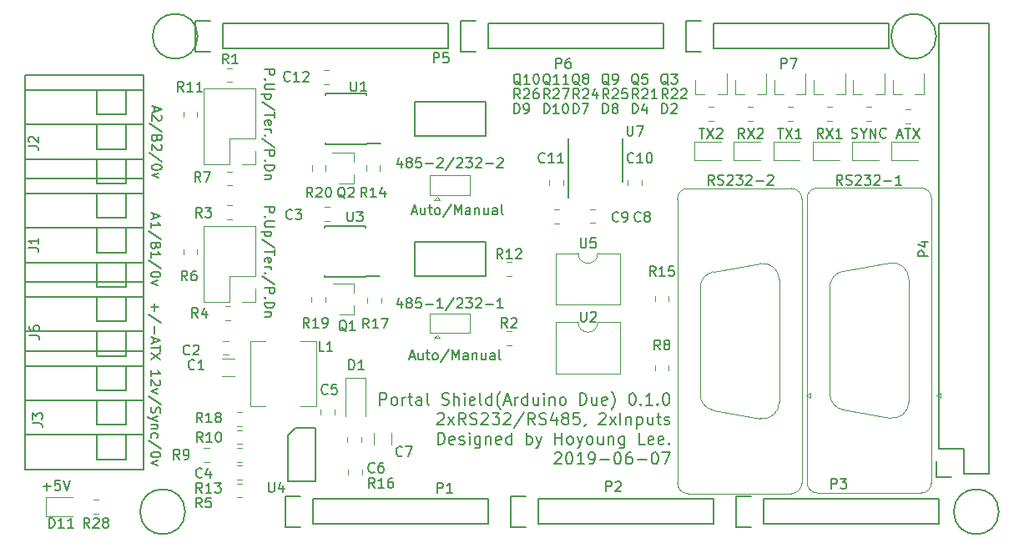
<source format=gbr>
G04 #@! TF.GenerationSoftware,KiCad,Pcbnew,5.0.2+dfsg1-1*
G04 #@! TF.CreationDate,2019-06-09T15:01:45+09:00*
G04 #@! TF.ProjectId,portal_schematic,706f7274-616c-45f7-9363-68656d617469,rev?*
G04 #@! TF.SameCoordinates,Original*
G04 #@! TF.FileFunction,Legend,Top*
G04 #@! TF.FilePolarity,Positive*
%FSLAX46Y46*%
G04 Gerber Fmt 4.6, Leading zero omitted, Abs format (unit mm)*
G04 Created by KiCad (PCBNEW 5.0.2+dfsg1-1) date Sun 09 Jun 2019 03:01:45 PM KST*
%MOMM*%
%LPD*%
G01*
G04 APERTURE LIST*
%ADD10C,0.200000*%
%ADD11C,0.150000*%
%ADD12C,0.120000*%
G04 APERTURE END LIST*
D10*
X139400000Y-108292857D02*
X139400000Y-107092857D01*
X139857142Y-107092857D01*
X139971428Y-107150000D01*
X140028571Y-107207142D01*
X140085714Y-107321428D01*
X140085714Y-107492857D01*
X140028571Y-107607142D01*
X139971428Y-107664285D01*
X139857142Y-107721428D01*
X139400000Y-107721428D01*
X140771428Y-108292857D02*
X140657142Y-108235714D01*
X140600000Y-108178571D01*
X140542857Y-108064285D01*
X140542857Y-107721428D01*
X140600000Y-107607142D01*
X140657142Y-107550000D01*
X140771428Y-107492857D01*
X140942857Y-107492857D01*
X141057142Y-107550000D01*
X141114285Y-107607142D01*
X141171428Y-107721428D01*
X141171428Y-108064285D01*
X141114285Y-108178571D01*
X141057142Y-108235714D01*
X140942857Y-108292857D01*
X140771428Y-108292857D01*
X141685714Y-108292857D02*
X141685714Y-107492857D01*
X141685714Y-107721428D02*
X141742857Y-107607142D01*
X141800000Y-107550000D01*
X141914285Y-107492857D01*
X142028571Y-107492857D01*
X142257142Y-107492857D02*
X142714285Y-107492857D01*
X142428571Y-107092857D02*
X142428571Y-108121428D01*
X142485714Y-108235714D01*
X142600000Y-108292857D01*
X142714285Y-108292857D01*
X143628571Y-108292857D02*
X143628571Y-107664285D01*
X143571428Y-107550000D01*
X143457142Y-107492857D01*
X143228571Y-107492857D01*
X143114285Y-107550000D01*
X143628571Y-108235714D02*
X143514285Y-108292857D01*
X143228571Y-108292857D01*
X143114285Y-108235714D01*
X143057142Y-108121428D01*
X143057142Y-108007142D01*
X143114285Y-107892857D01*
X143228571Y-107835714D01*
X143514285Y-107835714D01*
X143628571Y-107778571D01*
X144371428Y-108292857D02*
X144257142Y-108235714D01*
X144200000Y-108121428D01*
X144200000Y-107092857D01*
X145685714Y-108235714D02*
X145857142Y-108292857D01*
X146142857Y-108292857D01*
X146257142Y-108235714D01*
X146314285Y-108178571D01*
X146371428Y-108064285D01*
X146371428Y-107950000D01*
X146314285Y-107835714D01*
X146257142Y-107778571D01*
X146142857Y-107721428D01*
X145914285Y-107664285D01*
X145800000Y-107607142D01*
X145742857Y-107550000D01*
X145685714Y-107435714D01*
X145685714Y-107321428D01*
X145742857Y-107207142D01*
X145800000Y-107150000D01*
X145914285Y-107092857D01*
X146200000Y-107092857D01*
X146371428Y-107150000D01*
X146885714Y-108292857D02*
X146885714Y-107092857D01*
X147400000Y-108292857D02*
X147400000Y-107664285D01*
X147342857Y-107550000D01*
X147228571Y-107492857D01*
X147057142Y-107492857D01*
X146942857Y-107550000D01*
X146885714Y-107607142D01*
X147971428Y-108292857D02*
X147971428Y-107492857D01*
X147971428Y-107092857D02*
X147914285Y-107150000D01*
X147971428Y-107207142D01*
X148028571Y-107150000D01*
X147971428Y-107092857D01*
X147971428Y-107207142D01*
X149000000Y-108235714D02*
X148885714Y-108292857D01*
X148657142Y-108292857D01*
X148542857Y-108235714D01*
X148485714Y-108121428D01*
X148485714Y-107664285D01*
X148542857Y-107550000D01*
X148657142Y-107492857D01*
X148885714Y-107492857D01*
X149000000Y-107550000D01*
X149057142Y-107664285D01*
X149057142Y-107778571D01*
X148485714Y-107892857D01*
X149742857Y-108292857D02*
X149628571Y-108235714D01*
X149571428Y-108121428D01*
X149571428Y-107092857D01*
X150714285Y-108292857D02*
X150714285Y-107092857D01*
X150714285Y-108235714D02*
X150600000Y-108292857D01*
X150371428Y-108292857D01*
X150257142Y-108235714D01*
X150200000Y-108178571D01*
X150142857Y-108064285D01*
X150142857Y-107721428D01*
X150200000Y-107607142D01*
X150257142Y-107550000D01*
X150371428Y-107492857D01*
X150600000Y-107492857D01*
X150714285Y-107550000D01*
X151628571Y-108750000D02*
X151571428Y-108692857D01*
X151457142Y-108521428D01*
X151400000Y-108407142D01*
X151342857Y-108235714D01*
X151285714Y-107950000D01*
X151285714Y-107721428D01*
X151342857Y-107435714D01*
X151400000Y-107264285D01*
X151457142Y-107150000D01*
X151571428Y-106978571D01*
X151628571Y-106921428D01*
X152028571Y-107950000D02*
X152600000Y-107950000D01*
X151914285Y-108292857D02*
X152314285Y-107092857D01*
X152714285Y-108292857D01*
X153114285Y-108292857D02*
X153114285Y-107492857D01*
X153114285Y-107721428D02*
X153171428Y-107607142D01*
X153228571Y-107550000D01*
X153342857Y-107492857D01*
X153457142Y-107492857D01*
X154371428Y-108292857D02*
X154371428Y-107092857D01*
X154371428Y-108235714D02*
X154257142Y-108292857D01*
X154028571Y-108292857D01*
X153914285Y-108235714D01*
X153857142Y-108178571D01*
X153800000Y-108064285D01*
X153800000Y-107721428D01*
X153857142Y-107607142D01*
X153914285Y-107550000D01*
X154028571Y-107492857D01*
X154257142Y-107492857D01*
X154371428Y-107550000D01*
X155457142Y-107492857D02*
X155457142Y-108292857D01*
X154942857Y-107492857D02*
X154942857Y-108121428D01*
X155000000Y-108235714D01*
X155114285Y-108292857D01*
X155285714Y-108292857D01*
X155400000Y-108235714D01*
X155457142Y-108178571D01*
X156028571Y-108292857D02*
X156028571Y-107492857D01*
X156028571Y-107092857D02*
X155971428Y-107150000D01*
X156028571Y-107207142D01*
X156085714Y-107150000D01*
X156028571Y-107092857D01*
X156028571Y-107207142D01*
X156600000Y-107492857D02*
X156600000Y-108292857D01*
X156600000Y-107607142D02*
X156657142Y-107550000D01*
X156771428Y-107492857D01*
X156942857Y-107492857D01*
X157057142Y-107550000D01*
X157114285Y-107664285D01*
X157114285Y-108292857D01*
X157857142Y-108292857D02*
X157742857Y-108235714D01*
X157685714Y-108178571D01*
X157628571Y-108064285D01*
X157628571Y-107721428D01*
X157685714Y-107607142D01*
X157742857Y-107550000D01*
X157857142Y-107492857D01*
X158028571Y-107492857D01*
X158142857Y-107550000D01*
X158200000Y-107607142D01*
X158257142Y-107721428D01*
X158257142Y-108064285D01*
X158200000Y-108178571D01*
X158142857Y-108235714D01*
X158028571Y-108292857D01*
X157857142Y-108292857D01*
X159685714Y-108292857D02*
X159685714Y-107092857D01*
X159971428Y-107092857D01*
X160142857Y-107150000D01*
X160257142Y-107264285D01*
X160314285Y-107378571D01*
X160371428Y-107607142D01*
X160371428Y-107778571D01*
X160314285Y-108007142D01*
X160257142Y-108121428D01*
X160142857Y-108235714D01*
X159971428Y-108292857D01*
X159685714Y-108292857D01*
X161400000Y-107492857D02*
X161400000Y-108292857D01*
X160885714Y-107492857D02*
X160885714Y-108121428D01*
X160942857Y-108235714D01*
X161057142Y-108292857D01*
X161228571Y-108292857D01*
X161342857Y-108235714D01*
X161400000Y-108178571D01*
X162428571Y-108235714D02*
X162314285Y-108292857D01*
X162085714Y-108292857D01*
X161971428Y-108235714D01*
X161914285Y-108121428D01*
X161914285Y-107664285D01*
X161971428Y-107550000D01*
X162085714Y-107492857D01*
X162314285Y-107492857D01*
X162428571Y-107550000D01*
X162485714Y-107664285D01*
X162485714Y-107778571D01*
X161914285Y-107892857D01*
X162885714Y-108750000D02*
X162942857Y-108692857D01*
X163057142Y-108521428D01*
X163114285Y-108407142D01*
X163171428Y-108235714D01*
X163228571Y-107950000D01*
X163228571Y-107721428D01*
X163171428Y-107435714D01*
X163114285Y-107264285D01*
X163057142Y-107150000D01*
X162942857Y-106978571D01*
X162885714Y-106921428D01*
X164942857Y-107092857D02*
X165057142Y-107092857D01*
X165171428Y-107150000D01*
X165228571Y-107207142D01*
X165285714Y-107321428D01*
X165342857Y-107550000D01*
X165342857Y-107835714D01*
X165285714Y-108064285D01*
X165228571Y-108178571D01*
X165171428Y-108235714D01*
X165057142Y-108292857D01*
X164942857Y-108292857D01*
X164828571Y-108235714D01*
X164771428Y-108178571D01*
X164714285Y-108064285D01*
X164657142Y-107835714D01*
X164657142Y-107550000D01*
X164714285Y-107321428D01*
X164771428Y-107207142D01*
X164828571Y-107150000D01*
X164942857Y-107092857D01*
X165857142Y-108178571D02*
X165914285Y-108235714D01*
X165857142Y-108292857D01*
X165800000Y-108235714D01*
X165857142Y-108178571D01*
X165857142Y-108292857D01*
X167057142Y-108292857D02*
X166371428Y-108292857D01*
X166714285Y-108292857D02*
X166714285Y-107092857D01*
X166600000Y-107264285D01*
X166485714Y-107378571D01*
X166371428Y-107435714D01*
X167571428Y-108178571D02*
X167628571Y-108235714D01*
X167571428Y-108292857D01*
X167514285Y-108235714D01*
X167571428Y-108178571D01*
X167571428Y-108292857D01*
X168371428Y-107092857D02*
X168485714Y-107092857D01*
X168600000Y-107150000D01*
X168657142Y-107207142D01*
X168714285Y-107321428D01*
X168771428Y-107550000D01*
X168771428Y-107835714D01*
X168714285Y-108064285D01*
X168657142Y-108178571D01*
X168600000Y-108235714D01*
X168485714Y-108292857D01*
X168371428Y-108292857D01*
X168257142Y-108235714D01*
X168200000Y-108178571D01*
X168142857Y-108064285D01*
X168085714Y-107835714D01*
X168085714Y-107550000D01*
X168142857Y-107321428D01*
X168200000Y-107207142D01*
X168257142Y-107150000D01*
X168371428Y-107092857D01*
X145228571Y-109207142D02*
X145285714Y-109150000D01*
X145400000Y-109092857D01*
X145685714Y-109092857D01*
X145800000Y-109150000D01*
X145857142Y-109207142D01*
X145914285Y-109321428D01*
X145914285Y-109435714D01*
X145857142Y-109607142D01*
X145171428Y-110292857D01*
X145914285Y-110292857D01*
X146314285Y-110292857D02*
X146942857Y-109492857D01*
X146314285Y-109492857D02*
X146942857Y-110292857D01*
X148085714Y-110292857D02*
X147685714Y-109721428D01*
X147400000Y-110292857D02*
X147400000Y-109092857D01*
X147857142Y-109092857D01*
X147971428Y-109150000D01*
X148028571Y-109207142D01*
X148085714Y-109321428D01*
X148085714Y-109492857D01*
X148028571Y-109607142D01*
X147971428Y-109664285D01*
X147857142Y-109721428D01*
X147400000Y-109721428D01*
X148542857Y-110235714D02*
X148714285Y-110292857D01*
X149000000Y-110292857D01*
X149114285Y-110235714D01*
X149171428Y-110178571D01*
X149228571Y-110064285D01*
X149228571Y-109950000D01*
X149171428Y-109835714D01*
X149114285Y-109778571D01*
X149000000Y-109721428D01*
X148771428Y-109664285D01*
X148657142Y-109607142D01*
X148600000Y-109550000D01*
X148542857Y-109435714D01*
X148542857Y-109321428D01*
X148600000Y-109207142D01*
X148657142Y-109150000D01*
X148771428Y-109092857D01*
X149057142Y-109092857D01*
X149228571Y-109150000D01*
X149685714Y-109207142D02*
X149742857Y-109150000D01*
X149857142Y-109092857D01*
X150142857Y-109092857D01*
X150257142Y-109150000D01*
X150314285Y-109207142D01*
X150371428Y-109321428D01*
X150371428Y-109435714D01*
X150314285Y-109607142D01*
X149628571Y-110292857D01*
X150371428Y-110292857D01*
X150771428Y-109092857D02*
X151514285Y-109092857D01*
X151114285Y-109550000D01*
X151285714Y-109550000D01*
X151400000Y-109607142D01*
X151457142Y-109664285D01*
X151514285Y-109778571D01*
X151514285Y-110064285D01*
X151457142Y-110178571D01*
X151400000Y-110235714D01*
X151285714Y-110292857D01*
X150942857Y-110292857D01*
X150828571Y-110235714D01*
X150771428Y-110178571D01*
X151971428Y-109207142D02*
X152028571Y-109150000D01*
X152142857Y-109092857D01*
X152428571Y-109092857D01*
X152542857Y-109150000D01*
X152600000Y-109207142D01*
X152657142Y-109321428D01*
X152657142Y-109435714D01*
X152600000Y-109607142D01*
X151914285Y-110292857D01*
X152657142Y-110292857D01*
X154028571Y-109035714D02*
X153000000Y-110578571D01*
X155114285Y-110292857D02*
X154714285Y-109721428D01*
X154428571Y-110292857D02*
X154428571Y-109092857D01*
X154885714Y-109092857D01*
X155000000Y-109150000D01*
X155057142Y-109207142D01*
X155114285Y-109321428D01*
X155114285Y-109492857D01*
X155057142Y-109607142D01*
X155000000Y-109664285D01*
X154885714Y-109721428D01*
X154428571Y-109721428D01*
X155571428Y-110235714D02*
X155742857Y-110292857D01*
X156028571Y-110292857D01*
X156142857Y-110235714D01*
X156200000Y-110178571D01*
X156257142Y-110064285D01*
X156257142Y-109950000D01*
X156200000Y-109835714D01*
X156142857Y-109778571D01*
X156028571Y-109721428D01*
X155800000Y-109664285D01*
X155685714Y-109607142D01*
X155628571Y-109550000D01*
X155571428Y-109435714D01*
X155571428Y-109321428D01*
X155628571Y-109207142D01*
X155685714Y-109150000D01*
X155800000Y-109092857D01*
X156085714Y-109092857D01*
X156257142Y-109150000D01*
X157285714Y-109492857D02*
X157285714Y-110292857D01*
X157000000Y-109035714D02*
X156714285Y-109892857D01*
X157457142Y-109892857D01*
X158085714Y-109607142D02*
X157971428Y-109550000D01*
X157914285Y-109492857D01*
X157857142Y-109378571D01*
X157857142Y-109321428D01*
X157914285Y-109207142D01*
X157971428Y-109150000D01*
X158085714Y-109092857D01*
X158314285Y-109092857D01*
X158428571Y-109150000D01*
X158485714Y-109207142D01*
X158542857Y-109321428D01*
X158542857Y-109378571D01*
X158485714Y-109492857D01*
X158428571Y-109550000D01*
X158314285Y-109607142D01*
X158085714Y-109607142D01*
X157971428Y-109664285D01*
X157914285Y-109721428D01*
X157857142Y-109835714D01*
X157857142Y-110064285D01*
X157914285Y-110178571D01*
X157971428Y-110235714D01*
X158085714Y-110292857D01*
X158314285Y-110292857D01*
X158428571Y-110235714D01*
X158485714Y-110178571D01*
X158542857Y-110064285D01*
X158542857Y-109835714D01*
X158485714Y-109721428D01*
X158428571Y-109664285D01*
X158314285Y-109607142D01*
X159628571Y-109092857D02*
X159057142Y-109092857D01*
X159000000Y-109664285D01*
X159057142Y-109607142D01*
X159171428Y-109550000D01*
X159457142Y-109550000D01*
X159571428Y-109607142D01*
X159628571Y-109664285D01*
X159685714Y-109778571D01*
X159685714Y-110064285D01*
X159628571Y-110178571D01*
X159571428Y-110235714D01*
X159457142Y-110292857D01*
X159171428Y-110292857D01*
X159057142Y-110235714D01*
X159000000Y-110178571D01*
X160257142Y-110235714D02*
X160257142Y-110292857D01*
X160200000Y-110407142D01*
X160142857Y-110464285D01*
X161628571Y-109207142D02*
X161685714Y-109150000D01*
X161800000Y-109092857D01*
X162085714Y-109092857D01*
X162200000Y-109150000D01*
X162257142Y-109207142D01*
X162314285Y-109321428D01*
X162314285Y-109435714D01*
X162257142Y-109607142D01*
X161571428Y-110292857D01*
X162314285Y-110292857D01*
X162714285Y-110292857D02*
X163342857Y-109492857D01*
X162714285Y-109492857D02*
X163342857Y-110292857D01*
X163800000Y-110292857D02*
X163800000Y-109092857D01*
X164371428Y-109492857D02*
X164371428Y-110292857D01*
X164371428Y-109607142D02*
X164428571Y-109550000D01*
X164542857Y-109492857D01*
X164714285Y-109492857D01*
X164828571Y-109550000D01*
X164885714Y-109664285D01*
X164885714Y-110292857D01*
X165457142Y-109492857D02*
X165457142Y-110692857D01*
X165457142Y-109550000D02*
X165571428Y-109492857D01*
X165800000Y-109492857D01*
X165914285Y-109550000D01*
X165971428Y-109607142D01*
X166028571Y-109721428D01*
X166028571Y-110064285D01*
X165971428Y-110178571D01*
X165914285Y-110235714D01*
X165800000Y-110292857D01*
X165571428Y-110292857D01*
X165457142Y-110235714D01*
X167057142Y-109492857D02*
X167057142Y-110292857D01*
X166542857Y-109492857D02*
X166542857Y-110121428D01*
X166600000Y-110235714D01*
X166714285Y-110292857D01*
X166885714Y-110292857D01*
X167000000Y-110235714D01*
X167057142Y-110178571D01*
X167457142Y-109492857D02*
X167914285Y-109492857D01*
X167628571Y-109092857D02*
X167628571Y-110121428D01*
X167685714Y-110235714D01*
X167800000Y-110292857D01*
X167914285Y-110292857D01*
X168257142Y-110235714D02*
X168371428Y-110292857D01*
X168600000Y-110292857D01*
X168714285Y-110235714D01*
X168771428Y-110121428D01*
X168771428Y-110064285D01*
X168714285Y-109950000D01*
X168600000Y-109892857D01*
X168428571Y-109892857D01*
X168314285Y-109835714D01*
X168257142Y-109721428D01*
X168257142Y-109664285D01*
X168314285Y-109550000D01*
X168428571Y-109492857D01*
X168600000Y-109492857D01*
X168714285Y-109550000D01*
X145285714Y-112292857D02*
X145285714Y-111092857D01*
X145571428Y-111092857D01*
X145742857Y-111150000D01*
X145857142Y-111264285D01*
X145914285Y-111378571D01*
X145971428Y-111607142D01*
X145971428Y-111778571D01*
X145914285Y-112007142D01*
X145857142Y-112121428D01*
X145742857Y-112235714D01*
X145571428Y-112292857D01*
X145285714Y-112292857D01*
X146942857Y-112235714D02*
X146828571Y-112292857D01*
X146600000Y-112292857D01*
X146485714Y-112235714D01*
X146428571Y-112121428D01*
X146428571Y-111664285D01*
X146485714Y-111550000D01*
X146600000Y-111492857D01*
X146828571Y-111492857D01*
X146942857Y-111550000D01*
X147000000Y-111664285D01*
X147000000Y-111778571D01*
X146428571Y-111892857D01*
X147457142Y-112235714D02*
X147571428Y-112292857D01*
X147800000Y-112292857D01*
X147914285Y-112235714D01*
X147971428Y-112121428D01*
X147971428Y-112064285D01*
X147914285Y-111950000D01*
X147800000Y-111892857D01*
X147628571Y-111892857D01*
X147514285Y-111835714D01*
X147457142Y-111721428D01*
X147457142Y-111664285D01*
X147514285Y-111550000D01*
X147628571Y-111492857D01*
X147800000Y-111492857D01*
X147914285Y-111550000D01*
X148485714Y-112292857D02*
X148485714Y-111492857D01*
X148485714Y-111092857D02*
X148428571Y-111150000D01*
X148485714Y-111207142D01*
X148542857Y-111150000D01*
X148485714Y-111092857D01*
X148485714Y-111207142D01*
X149571428Y-111492857D02*
X149571428Y-112464285D01*
X149514285Y-112578571D01*
X149457142Y-112635714D01*
X149342857Y-112692857D01*
X149171428Y-112692857D01*
X149057142Y-112635714D01*
X149571428Y-112235714D02*
X149457142Y-112292857D01*
X149228571Y-112292857D01*
X149114285Y-112235714D01*
X149057142Y-112178571D01*
X149000000Y-112064285D01*
X149000000Y-111721428D01*
X149057142Y-111607142D01*
X149114285Y-111550000D01*
X149228571Y-111492857D01*
X149457142Y-111492857D01*
X149571428Y-111550000D01*
X150142857Y-111492857D02*
X150142857Y-112292857D01*
X150142857Y-111607142D02*
X150200000Y-111550000D01*
X150314285Y-111492857D01*
X150485714Y-111492857D01*
X150600000Y-111550000D01*
X150657142Y-111664285D01*
X150657142Y-112292857D01*
X151685714Y-112235714D02*
X151571428Y-112292857D01*
X151342857Y-112292857D01*
X151228571Y-112235714D01*
X151171428Y-112121428D01*
X151171428Y-111664285D01*
X151228571Y-111550000D01*
X151342857Y-111492857D01*
X151571428Y-111492857D01*
X151685714Y-111550000D01*
X151742857Y-111664285D01*
X151742857Y-111778571D01*
X151171428Y-111892857D01*
X152771428Y-112292857D02*
X152771428Y-111092857D01*
X152771428Y-112235714D02*
X152657142Y-112292857D01*
X152428571Y-112292857D01*
X152314285Y-112235714D01*
X152257142Y-112178571D01*
X152200000Y-112064285D01*
X152200000Y-111721428D01*
X152257142Y-111607142D01*
X152314285Y-111550000D01*
X152428571Y-111492857D01*
X152657142Y-111492857D01*
X152771428Y-111550000D01*
X154257142Y-112292857D02*
X154257142Y-111092857D01*
X154257142Y-111550000D02*
X154371428Y-111492857D01*
X154600000Y-111492857D01*
X154714285Y-111550000D01*
X154771428Y-111607142D01*
X154828571Y-111721428D01*
X154828571Y-112064285D01*
X154771428Y-112178571D01*
X154714285Y-112235714D01*
X154600000Y-112292857D01*
X154371428Y-112292857D01*
X154257142Y-112235714D01*
X155228571Y-111492857D02*
X155514285Y-112292857D01*
X155800000Y-111492857D02*
X155514285Y-112292857D01*
X155400000Y-112578571D01*
X155342857Y-112635714D01*
X155228571Y-112692857D01*
X157171428Y-112292857D02*
X157171428Y-111092857D01*
X157171428Y-111664285D02*
X157857142Y-111664285D01*
X157857142Y-112292857D02*
X157857142Y-111092857D01*
X158600000Y-112292857D02*
X158485714Y-112235714D01*
X158428571Y-112178571D01*
X158371428Y-112064285D01*
X158371428Y-111721428D01*
X158428571Y-111607142D01*
X158485714Y-111550000D01*
X158600000Y-111492857D01*
X158771428Y-111492857D01*
X158885714Y-111550000D01*
X158942857Y-111607142D01*
X159000000Y-111721428D01*
X159000000Y-112064285D01*
X158942857Y-112178571D01*
X158885714Y-112235714D01*
X158771428Y-112292857D01*
X158600000Y-112292857D01*
X159400000Y-111492857D02*
X159685714Y-112292857D01*
X159971428Y-111492857D02*
X159685714Y-112292857D01*
X159571428Y-112578571D01*
X159514285Y-112635714D01*
X159400000Y-112692857D01*
X160600000Y-112292857D02*
X160485714Y-112235714D01*
X160428571Y-112178571D01*
X160371428Y-112064285D01*
X160371428Y-111721428D01*
X160428571Y-111607142D01*
X160485714Y-111550000D01*
X160600000Y-111492857D01*
X160771428Y-111492857D01*
X160885714Y-111550000D01*
X160942857Y-111607142D01*
X161000000Y-111721428D01*
X161000000Y-112064285D01*
X160942857Y-112178571D01*
X160885714Y-112235714D01*
X160771428Y-112292857D01*
X160600000Y-112292857D01*
X162028571Y-111492857D02*
X162028571Y-112292857D01*
X161514285Y-111492857D02*
X161514285Y-112121428D01*
X161571428Y-112235714D01*
X161685714Y-112292857D01*
X161857142Y-112292857D01*
X161971428Y-112235714D01*
X162028571Y-112178571D01*
X162600000Y-111492857D02*
X162600000Y-112292857D01*
X162600000Y-111607142D02*
X162657142Y-111550000D01*
X162771428Y-111492857D01*
X162942857Y-111492857D01*
X163057142Y-111550000D01*
X163114285Y-111664285D01*
X163114285Y-112292857D01*
X164200000Y-111492857D02*
X164200000Y-112464285D01*
X164142857Y-112578571D01*
X164085714Y-112635714D01*
X163971428Y-112692857D01*
X163800000Y-112692857D01*
X163685714Y-112635714D01*
X164200000Y-112235714D02*
X164085714Y-112292857D01*
X163857142Y-112292857D01*
X163742857Y-112235714D01*
X163685714Y-112178571D01*
X163628571Y-112064285D01*
X163628571Y-111721428D01*
X163685714Y-111607142D01*
X163742857Y-111550000D01*
X163857142Y-111492857D01*
X164085714Y-111492857D01*
X164200000Y-111550000D01*
X166257142Y-112292857D02*
X165685714Y-112292857D01*
X165685714Y-111092857D01*
X167114285Y-112235714D02*
X167000000Y-112292857D01*
X166771428Y-112292857D01*
X166657142Y-112235714D01*
X166600000Y-112121428D01*
X166600000Y-111664285D01*
X166657142Y-111550000D01*
X166771428Y-111492857D01*
X167000000Y-111492857D01*
X167114285Y-111550000D01*
X167171428Y-111664285D01*
X167171428Y-111778571D01*
X166600000Y-111892857D01*
X168142857Y-112235714D02*
X168028571Y-112292857D01*
X167800000Y-112292857D01*
X167685714Y-112235714D01*
X167628571Y-112121428D01*
X167628571Y-111664285D01*
X167685714Y-111550000D01*
X167800000Y-111492857D01*
X168028571Y-111492857D01*
X168142857Y-111550000D01*
X168200000Y-111664285D01*
X168200000Y-111778571D01*
X167628571Y-111892857D01*
X168714285Y-112178571D02*
X168771428Y-112235714D01*
X168714285Y-112292857D01*
X168657142Y-112235714D01*
X168714285Y-112178571D01*
X168714285Y-112292857D01*
X157114285Y-113207142D02*
X157171428Y-113150000D01*
X157285714Y-113092857D01*
X157571428Y-113092857D01*
X157685714Y-113150000D01*
X157742857Y-113207142D01*
X157800000Y-113321428D01*
X157800000Y-113435714D01*
X157742857Y-113607142D01*
X157057142Y-114292857D01*
X157800000Y-114292857D01*
X158542857Y-113092857D02*
X158657142Y-113092857D01*
X158771428Y-113150000D01*
X158828571Y-113207142D01*
X158885714Y-113321428D01*
X158942857Y-113550000D01*
X158942857Y-113835714D01*
X158885714Y-114064285D01*
X158828571Y-114178571D01*
X158771428Y-114235714D01*
X158657142Y-114292857D01*
X158542857Y-114292857D01*
X158428571Y-114235714D01*
X158371428Y-114178571D01*
X158314285Y-114064285D01*
X158257142Y-113835714D01*
X158257142Y-113550000D01*
X158314285Y-113321428D01*
X158371428Y-113207142D01*
X158428571Y-113150000D01*
X158542857Y-113092857D01*
X160085714Y-114292857D02*
X159400000Y-114292857D01*
X159742857Y-114292857D02*
X159742857Y-113092857D01*
X159628571Y-113264285D01*
X159514285Y-113378571D01*
X159400000Y-113435714D01*
X160657142Y-114292857D02*
X160885714Y-114292857D01*
X161000000Y-114235714D01*
X161057142Y-114178571D01*
X161171428Y-114007142D01*
X161228571Y-113778571D01*
X161228571Y-113321428D01*
X161171428Y-113207142D01*
X161114285Y-113150000D01*
X161000000Y-113092857D01*
X160771428Y-113092857D01*
X160657142Y-113150000D01*
X160600000Y-113207142D01*
X160542857Y-113321428D01*
X160542857Y-113607142D01*
X160600000Y-113721428D01*
X160657142Y-113778571D01*
X160771428Y-113835714D01*
X161000000Y-113835714D01*
X161114285Y-113778571D01*
X161171428Y-113721428D01*
X161228571Y-113607142D01*
X161742857Y-113835714D02*
X162657142Y-113835714D01*
X163457142Y-113092857D02*
X163571428Y-113092857D01*
X163685714Y-113150000D01*
X163742857Y-113207142D01*
X163800000Y-113321428D01*
X163857142Y-113550000D01*
X163857142Y-113835714D01*
X163800000Y-114064285D01*
X163742857Y-114178571D01*
X163685714Y-114235714D01*
X163571428Y-114292857D01*
X163457142Y-114292857D01*
X163342857Y-114235714D01*
X163285714Y-114178571D01*
X163228571Y-114064285D01*
X163171428Y-113835714D01*
X163171428Y-113550000D01*
X163228571Y-113321428D01*
X163285714Y-113207142D01*
X163342857Y-113150000D01*
X163457142Y-113092857D01*
X164885714Y-113092857D02*
X164657142Y-113092857D01*
X164542857Y-113150000D01*
X164485714Y-113207142D01*
X164371428Y-113378571D01*
X164314285Y-113607142D01*
X164314285Y-114064285D01*
X164371428Y-114178571D01*
X164428571Y-114235714D01*
X164542857Y-114292857D01*
X164771428Y-114292857D01*
X164885714Y-114235714D01*
X164942857Y-114178571D01*
X165000000Y-114064285D01*
X165000000Y-113778571D01*
X164942857Y-113664285D01*
X164885714Y-113607142D01*
X164771428Y-113550000D01*
X164542857Y-113550000D01*
X164428571Y-113607142D01*
X164371428Y-113664285D01*
X164314285Y-113778571D01*
X165514285Y-113835714D02*
X166428571Y-113835714D01*
X167228571Y-113092857D02*
X167342857Y-113092857D01*
X167457142Y-113150000D01*
X167514285Y-113207142D01*
X167571428Y-113321428D01*
X167628571Y-113550000D01*
X167628571Y-113835714D01*
X167571428Y-114064285D01*
X167514285Y-114178571D01*
X167457142Y-114235714D01*
X167342857Y-114292857D01*
X167228571Y-114292857D01*
X167114285Y-114235714D01*
X167057142Y-114178571D01*
X167000000Y-114064285D01*
X166942857Y-113835714D01*
X166942857Y-113550000D01*
X167000000Y-113321428D01*
X167057142Y-113207142D01*
X167114285Y-113150000D01*
X167228571Y-113092857D01*
X168028571Y-113092857D02*
X168828571Y-113092857D01*
X168314285Y-114292857D01*
D11*
X116147619Y-105385714D02*
X116147619Y-104814285D01*
X116147619Y-105100000D02*
X117147619Y-105100000D01*
X117004761Y-105004761D01*
X116909523Y-104909523D01*
X116861904Y-104814285D01*
X117052380Y-105766666D02*
X117100000Y-105814285D01*
X117147619Y-105909523D01*
X117147619Y-106147619D01*
X117100000Y-106242857D01*
X117052380Y-106290476D01*
X116957142Y-106338095D01*
X116861904Y-106338095D01*
X116719047Y-106290476D01*
X116147619Y-105719047D01*
X116147619Y-106338095D01*
X116814285Y-106671428D02*
X116147619Y-106909523D01*
X116814285Y-107147619D01*
X117195238Y-108242857D02*
X115909523Y-107385714D01*
X116195238Y-108528571D02*
X116147619Y-108671428D01*
X116147619Y-108909523D01*
X116195238Y-109004761D01*
X116242857Y-109052380D01*
X116338095Y-109100000D01*
X116433333Y-109100000D01*
X116528571Y-109052380D01*
X116576190Y-109004761D01*
X116623809Y-108909523D01*
X116671428Y-108719047D01*
X116719047Y-108623809D01*
X116766666Y-108576190D01*
X116861904Y-108528571D01*
X116957142Y-108528571D01*
X117052380Y-108576190D01*
X117100000Y-108623809D01*
X117147619Y-108719047D01*
X117147619Y-108957142D01*
X117100000Y-109100000D01*
X116814285Y-109433333D02*
X116147619Y-109671428D01*
X116814285Y-109909523D02*
X116147619Y-109671428D01*
X115909523Y-109576190D01*
X115861904Y-109528571D01*
X115814285Y-109433333D01*
X116814285Y-110290476D02*
X116147619Y-110290476D01*
X116719047Y-110290476D02*
X116766666Y-110338095D01*
X116814285Y-110433333D01*
X116814285Y-110576190D01*
X116766666Y-110671428D01*
X116671428Y-110719047D01*
X116147619Y-110719047D01*
X116195238Y-111623809D02*
X116147619Y-111528571D01*
X116147619Y-111338095D01*
X116195238Y-111242857D01*
X116242857Y-111195238D01*
X116338095Y-111147619D01*
X116623809Y-111147619D01*
X116719047Y-111195238D01*
X116766666Y-111242857D01*
X116814285Y-111338095D01*
X116814285Y-111528571D01*
X116766666Y-111623809D01*
X117195238Y-112766666D02*
X115909523Y-111909523D01*
X117147619Y-113290476D02*
X117147619Y-113385714D01*
X117100000Y-113480952D01*
X117052380Y-113528571D01*
X116957142Y-113576190D01*
X116766666Y-113623809D01*
X116528571Y-113623809D01*
X116338095Y-113576190D01*
X116242857Y-113528571D01*
X116195238Y-113480952D01*
X116147619Y-113385714D01*
X116147619Y-113290476D01*
X116195238Y-113195238D01*
X116242857Y-113147619D01*
X116338095Y-113100000D01*
X116528571Y-113052380D01*
X116766666Y-113052380D01*
X116957142Y-113100000D01*
X117052380Y-113147619D01*
X117100000Y-113195238D01*
X117147619Y-113290476D01*
X116814285Y-113957142D02*
X116147619Y-114195238D01*
X116814285Y-114433333D01*
X116528571Y-97990476D02*
X116528571Y-98752380D01*
X116147619Y-98371428D02*
X116909523Y-98371428D01*
X117195238Y-99942857D02*
X115909523Y-99085714D01*
X116528571Y-100276190D02*
X116528571Y-101038095D01*
X116433333Y-101466666D02*
X116433333Y-101942857D01*
X116147619Y-101371428D02*
X117147619Y-101704761D01*
X116147619Y-102038095D01*
X117147619Y-102228571D02*
X117147619Y-102800000D01*
X116147619Y-102514285D02*
X117147619Y-102514285D01*
X117147619Y-103038095D02*
X116147619Y-103704761D01*
X117147619Y-103704761D02*
X116147619Y-103038095D01*
X116533333Y-78004761D02*
X116533333Y-78480952D01*
X116247619Y-77909523D02*
X117247619Y-78242857D01*
X116247619Y-78576190D01*
X117152380Y-78861904D02*
X117200000Y-78909523D01*
X117247619Y-79004761D01*
X117247619Y-79242857D01*
X117200000Y-79338095D01*
X117152380Y-79385714D01*
X117057142Y-79433333D01*
X116961904Y-79433333D01*
X116819047Y-79385714D01*
X116247619Y-78814285D01*
X116247619Y-79433333D01*
X117295238Y-80576190D02*
X116009523Y-79719047D01*
X116771428Y-81242857D02*
X116723809Y-81385714D01*
X116676190Y-81433333D01*
X116580952Y-81480952D01*
X116438095Y-81480952D01*
X116342857Y-81433333D01*
X116295238Y-81385714D01*
X116247619Y-81290476D01*
X116247619Y-80909523D01*
X117247619Y-80909523D01*
X117247619Y-81242857D01*
X117200000Y-81338095D01*
X117152380Y-81385714D01*
X117057142Y-81433333D01*
X116961904Y-81433333D01*
X116866666Y-81385714D01*
X116819047Y-81338095D01*
X116771428Y-81242857D01*
X116771428Y-80909523D01*
X117152380Y-81861904D02*
X117200000Y-81909523D01*
X117247619Y-82004761D01*
X117247619Y-82242857D01*
X117200000Y-82338095D01*
X117152380Y-82385714D01*
X117057142Y-82433333D01*
X116961904Y-82433333D01*
X116819047Y-82385714D01*
X116247619Y-81814285D01*
X116247619Y-82433333D01*
X117295238Y-83576190D02*
X116009523Y-82719047D01*
X117247619Y-84100000D02*
X117247619Y-84195238D01*
X117200000Y-84290476D01*
X117152380Y-84338095D01*
X117057142Y-84385714D01*
X116866666Y-84433333D01*
X116628571Y-84433333D01*
X116438095Y-84385714D01*
X116342857Y-84338095D01*
X116295238Y-84290476D01*
X116247619Y-84195238D01*
X116247619Y-84100000D01*
X116295238Y-84004761D01*
X116342857Y-83957142D01*
X116438095Y-83909523D01*
X116628571Y-83861904D01*
X116866666Y-83861904D01*
X117057142Y-83909523D01*
X117152380Y-83957142D01*
X117200000Y-84004761D01*
X117247619Y-84100000D01*
X116914285Y-84766666D02*
X116247619Y-85004761D01*
X116914285Y-85242857D01*
X127697619Y-74228571D02*
X128697619Y-74228571D01*
X128697619Y-74609523D01*
X128650000Y-74704761D01*
X128602380Y-74752380D01*
X128507142Y-74800000D01*
X128364285Y-74800000D01*
X128269047Y-74752380D01*
X128221428Y-74704761D01*
X128173809Y-74609523D01*
X128173809Y-74228571D01*
X127792857Y-75228571D02*
X127745238Y-75276190D01*
X127697619Y-75228571D01*
X127745238Y-75180952D01*
X127792857Y-75228571D01*
X127697619Y-75228571D01*
X128697619Y-75704761D02*
X127888095Y-75704761D01*
X127792857Y-75752380D01*
X127745238Y-75800000D01*
X127697619Y-75895238D01*
X127697619Y-76085714D01*
X127745238Y-76180952D01*
X127792857Y-76228571D01*
X127888095Y-76276190D01*
X128697619Y-76276190D01*
X128364285Y-76752380D02*
X127364285Y-76752380D01*
X128316666Y-76752380D02*
X128364285Y-76847619D01*
X128364285Y-77038095D01*
X128316666Y-77133333D01*
X128269047Y-77180952D01*
X128173809Y-77228571D01*
X127888095Y-77228571D01*
X127792857Y-77180952D01*
X127745238Y-77133333D01*
X127697619Y-77038095D01*
X127697619Y-76847619D01*
X127745238Y-76752380D01*
X128745238Y-78371428D02*
X127459523Y-77514285D01*
X128697619Y-78561904D02*
X128697619Y-79133333D01*
X127697619Y-78847619D02*
X128697619Y-78847619D01*
X127745238Y-79847619D02*
X127697619Y-79752380D01*
X127697619Y-79561904D01*
X127745238Y-79466666D01*
X127840476Y-79419047D01*
X128221428Y-79419047D01*
X128316666Y-79466666D01*
X128364285Y-79561904D01*
X128364285Y-79752380D01*
X128316666Y-79847619D01*
X128221428Y-79895238D01*
X128126190Y-79895238D01*
X128030952Y-79419047D01*
X127697619Y-80323809D02*
X128364285Y-80323809D01*
X128173809Y-80323809D02*
X128269047Y-80371428D01*
X128316666Y-80419047D01*
X128364285Y-80514285D01*
X128364285Y-80609523D01*
X127792857Y-80942857D02*
X127745238Y-80990476D01*
X127697619Y-80942857D01*
X127745238Y-80895238D01*
X127792857Y-80942857D01*
X127697619Y-80942857D01*
X128745238Y-82133333D02*
X127459523Y-81276190D01*
X127697619Y-82466666D02*
X128697619Y-82466666D01*
X128697619Y-82847619D01*
X128650000Y-82942857D01*
X128602380Y-82990476D01*
X128507142Y-83038095D01*
X128364285Y-83038095D01*
X128269047Y-82990476D01*
X128221428Y-82942857D01*
X128173809Y-82847619D01*
X128173809Y-82466666D01*
X127792857Y-83466666D02*
X127745238Y-83514285D01*
X127697619Y-83466666D01*
X127745238Y-83419047D01*
X127792857Y-83466666D01*
X127697619Y-83466666D01*
X127697619Y-83942857D02*
X128697619Y-83942857D01*
X128697619Y-84180952D01*
X128650000Y-84323809D01*
X128554761Y-84419047D01*
X128459523Y-84466666D01*
X128269047Y-84514285D01*
X128126190Y-84514285D01*
X127935714Y-84466666D01*
X127840476Y-84419047D01*
X127745238Y-84323809D01*
X127697619Y-84180952D01*
X127697619Y-83942857D01*
X128364285Y-84942857D02*
X127697619Y-84942857D01*
X128269047Y-84942857D02*
X128316666Y-84990476D01*
X128364285Y-85085714D01*
X128364285Y-85228571D01*
X128316666Y-85323809D01*
X128221428Y-85371428D01*
X127697619Y-85371428D01*
X141595238Y-83535714D02*
X141595238Y-84202380D01*
X141357142Y-83154761D02*
X141119047Y-83869047D01*
X141738095Y-83869047D01*
X142261904Y-83630952D02*
X142166666Y-83583333D01*
X142119047Y-83535714D01*
X142071428Y-83440476D01*
X142071428Y-83392857D01*
X142119047Y-83297619D01*
X142166666Y-83250000D01*
X142261904Y-83202380D01*
X142452380Y-83202380D01*
X142547619Y-83250000D01*
X142595238Y-83297619D01*
X142642857Y-83392857D01*
X142642857Y-83440476D01*
X142595238Y-83535714D01*
X142547619Y-83583333D01*
X142452380Y-83630952D01*
X142261904Y-83630952D01*
X142166666Y-83678571D01*
X142119047Y-83726190D01*
X142071428Y-83821428D01*
X142071428Y-84011904D01*
X142119047Y-84107142D01*
X142166666Y-84154761D01*
X142261904Y-84202380D01*
X142452380Y-84202380D01*
X142547619Y-84154761D01*
X142595238Y-84107142D01*
X142642857Y-84011904D01*
X142642857Y-83821428D01*
X142595238Y-83726190D01*
X142547619Y-83678571D01*
X142452380Y-83630952D01*
X143547619Y-83202380D02*
X143071428Y-83202380D01*
X143023809Y-83678571D01*
X143071428Y-83630952D01*
X143166666Y-83583333D01*
X143404761Y-83583333D01*
X143500000Y-83630952D01*
X143547619Y-83678571D01*
X143595238Y-83773809D01*
X143595238Y-84011904D01*
X143547619Y-84107142D01*
X143500000Y-84154761D01*
X143404761Y-84202380D01*
X143166666Y-84202380D01*
X143071428Y-84154761D01*
X143023809Y-84107142D01*
X144023809Y-83821428D02*
X144785714Y-83821428D01*
X145214285Y-83297619D02*
X145261904Y-83250000D01*
X145357142Y-83202380D01*
X145595238Y-83202380D01*
X145690476Y-83250000D01*
X145738095Y-83297619D01*
X145785714Y-83392857D01*
X145785714Y-83488095D01*
X145738095Y-83630952D01*
X145166666Y-84202380D01*
X145785714Y-84202380D01*
X146928571Y-83154761D02*
X146071428Y-84440476D01*
X147214285Y-83297619D02*
X147261904Y-83250000D01*
X147357142Y-83202380D01*
X147595238Y-83202380D01*
X147690476Y-83250000D01*
X147738095Y-83297619D01*
X147785714Y-83392857D01*
X147785714Y-83488095D01*
X147738095Y-83630952D01*
X147166666Y-84202380D01*
X147785714Y-84202380D01*
X148119047Y-83202380D02*
X148738095Y-83202380D01*
X148404761Y-83583333D01*
X148547619Y-83583333D01*
X148642857Y-83630952D01*
X148690476Y-83678571D01*
X148738095Y-83773809D01*
X148738095Y-84011904D01*
X148690476Y-84107142D01*
X148642857Y-84154761D01*
X148547619Y-84202380D01*
X148261904Y-84202380D01*
X148166666Y-84154761D01*
X148119047Y-84107142D01*
X149119047Y-83297619D02*
X149166666Y-83250000D01*
X149261904Y-83202380D01*
X149500000Y-83202380D01*
X149595238Y-83250000D01*
X149642857Y-83297619D01*
X149690476Y-83392857D01*
X149690476Y-83488095D01*
X149642857Y-83630952D01*
X149071428Y-84202380D01*
X149690476Y-84202380D01*
X150119047Y-83821428D02*
X150880952Y-83821428D01*
X151309523Y-83297619D02*
X151357142Y-83250000D01*
X151452380Y-83202380D01*
X151690476Y-83202380D01*
X151785714Y-83250000D01*
X151833333Y-83297619D01*
X151880952Y-83392857D01*
X151880952Y-83488095D01*
X151833333Y-83630952D01*
X151261904Y-84202380D01*
X151880952Y-84202380D01*
X142654761Y-88666666D02*
X143130952Y-88666666D01*
X142559523Y-88952380D02*
X142892857Y-87952380D01*
X143226190Y-88952380D01*
X143988095Y-88285714D02*
X143988095Y-88952380D01*
X143559523Y-88285714D02*
X143559523Y-88809523D01*
X143607142Y-88904761D01*
X143702380Y-88952380D01*
X143845238Y-88952380D01*
X143940476Y-88904761D01*
X143988095Y-88857142D01*
X144321428Y-88285714D02*
X144702380Y-88285714D01*
X144464285Y-87952380D02*
X144464285Y-88809523D01*
X144511904Y-88904761D01*
X144607142Y-88952380D01*
X144702380Y-88952380D01*
X145178571Y-88952380D02*
X145083333Y-88904761D01*
X145035714Y-88857142D01*
X144988095Y-88761904D01*
X144988095Y-88476190D01*
X145035714Y-88380952D01*
X145083333Y-88333333D01*
X145178571Y-88285714D01*
X145321428Y-88285714D01*
X145416666Y-88333333D01*
X145464285Y-88380952D01*
X145511904Y-88476190D01*
X145511904Y-88761904D01*
X145464285Y-88857142D01*
X145416666Y-88904761D01*
X145321428Y-88952380D01*
X145178571Y-88952380D01*
X146654761Y-87904761D02*
X145797619Y-89190476D01*
X146988095Y-88952380D02*
X146988095Y-87952380D01*
X147321428Y-88666666D01*
X147654761Y-87952380D01*
X147654761Y-88952380D01*
X148559523Y-88952380D02*
X148559523Y-88428571D01*
X148511904Y-88333333D01*
X148416666Y-88285714D01*
X148226190Y-88285714D01*
X148130952Y-88333333D01*
X148559523Y-88904761D02*
X148464285Y-88952380D01*
X148226190Y-88952380D01*
X148130952Y-88904761D01*
X148083333Y-88809523D01*
X148083333Y-88714285D01*
X148130952Y-88619047D01*
X148226190Y-88571428D01*
X148464285Y-88571428D01*
X148559523Y-88523809D01*
X149035714Y-88285714D02*
X149035714Y-88952380D01*
X149035714Y-88380952D02*
X149083333Y-88333333D01*
X149178571Y-88285714D01*
X149321428Y-88285714D01*
X149416666Y-88333333D01*
X149464285Y-88428571D01*
X149464285Y-88952380D01*
X150369047Y-88285714D02*
X150369047Y-88952380D01*
X149940476Y-88285714D02*
X149940476Y-88809523D01*
X149988095Y-88904761D01*
X150083333Y-88952380D01*
X150226190Y-88952380D01*
X150321428Y-88904761D01*
X150369047Y-88857142D01*
X151273809Y-88952380D02*
X151273809Y-88428571D01*
X151226190Y-88333333D01*
X151130952Y-88285714D01*
X150940476Y-88285714D01*
X150845238Y-88333333D01*
X151273809Y-88904761D02*
X151178571Y-88952380D01*
X150940476Y-88952380D01*
X150845238Y-88904761D01*
X150797619Y-88809523D01*
X150797619Y-88714285D01*
X150845238Y-88619047D01*
X150940476Y-88571428D01*
X151178571Y-88571428D01*
X151273809Y-88523809D01*
X151892857Y-88952380D02*
X151797619Y-88904761D01*
X151750000Y-88809523D01*
X151750000Y-87952380D01*
X171761904Y-80202380D02*
X172333333Y-80202380D01*
X172047619Y-81202380D02*
X172047619Y-80202380D01*
X172571428Y-80202380D02*
X173238095Y-81202380D01*
X173238095Y-80202380D02*
X172571428Y-81202380D01*
X173571428Y-80297619D02*
X173619047Y-80250000D01*
X173714285Y-80202380D01*
X173952380Y-80202380D01*
X174047619Y-80250000D01*
X174095238Y-80297619D01*
X174142857Y-80392857D01*
X174142857Y-80488095D01*
X174095238Y-80630952D01*
X173523809Y-81202380D01*
X174142857Y-81202380D01*
X173309523Y-85952380D02*
X172976190Y-85476190D01*
X172738095Y-85952380D02*
X172738095Y-84952380D01*
X173119047Y-84952380D01*
X173214285Y-85000000D01*
X173261904Y-85047619D01*
X173309523Y-85142857D01*
X173309523Y-85285714D01*
X173261904Y-85380952D01*
X173214285Y-85428571D01*
X173119047Y-85476190D01*
X172738095Y-85476190D01*
X173690476Y-85904761D02*
X173833333Y-85952380D01*
X174071428Y-85952380D01*
X174166666Y-85904761D01*
X174214285Y-85857142D01*
X174261904Y-85761904D01*
X174261904Y-85666666D01*
X174214285Y-85571428D01*
X174166666Y-85523809D01*
X174071428Y-85476190D01*
X173880952Y-85428571D01*
X173785714Y-85380952D01*
X173738095Y-85333333D01*
X173690476Y-85238095D01*
X173690476Y-85142857D01*
X173738095Y-85047619D01*
X173785714Y-85000000D01*
X173880952Y-84952380D01*
X174119047Y-84952380D01*
X174261904Y-85000000D01*
X174642857Y-85047619D02*
X174690476Y-85000000D01*
X174785714Y-84952380D01*
X175023809Y-84952380D01*
X175119047Y-85000000D01*
X175166666Y-85047619D01*
X175214285Y-85142857D01*
X175214285Y-85238095D01*
X175166666Y-85380952D01*
X174595238Y-85952380D01*
X175214285Y-85952380D01*
X175547619Y-84952380D02*
X176166666Y-84952380D01*
X175833333Y-85333333D01*
X175976190Y-85333333D01*
X176071428Y-85380952D01*
X176119047Y-85428571D01*
X176166666Y-85523809D01*
X176166666Y-85761904D01*
X176119047Y-85857142D01*
X176071428Y-85904761D01*
X175976190Y-85952380D01*
X175690476Y-85952380D01*
X175595238Y-85904761D01*
X175547619Y-85857142D01*
X176547619Y-85047619D02*
X176595238Y-85000000D01*
X176690476Y-84952380D01*
X176928571Y-84952380D01*
X177023809Y-85000000D01*
X177071428Y-85047619D01*
X177119047Y-85142857D01*
X177119047Y-85238095D01*
X177071428Y-85380952D01*
X176500000Y-85952380D01*
X177119047Y-85952380D01*
X177547619Y-85571428D02*
X178309523Y-85571428D01*
X178738095Y-85047619D02*
X178785714Y-85000000D01*
X178880952Y-84952380D01*
X179119047Y-84952380D01*
X179214285Y-85000000D01*
X179261904Y-85047619D01*
X179309523Y-85142857D01*
X179309523Y-85238095D01*
X179261904Y-85380952D01*
X178690476Y-85952380D01*
X179309523Y-85952380D01*
X176357142Y-81202380D02*
X176023809Y-80726190D01*
X175785714Y-81202380D02*
X175785714Y-80202380D01*
X176166666Y-80202380D01*
X176261904Y-80250000D01*
X176309523Y-80297619D01*
X176357142Y-80392857D01*
X176357142Y-80535714D01*
X176309523Y-80630952D01*
X176261904Y-80678571D01*
X176166666Y-80726190D01*
X175785714Y-80726190D01*
X176690476Y-80202380D02*
X177357142Y-81202380D01*
X177357142Y-80202380D02*
X176690476Y-81202380D01*
X177690476Y-80297619D02*
X177738095Y-80250000D01*
X177833333Y-80202380D01*
X178071428Y-80202380D01*
X178166666Y-80250000D01*
X178214285Y-80297619D01*
X178261904Y-80392857D01*
X178261904Y-80488095D01*
X178214285Y-80630952D01*
X177642857Y-81202380D01*
X178261904Y-81202380D01*
X191904761Y-80916666D02*
X192380952Y-80916666D01*
X191809523Y-81202380D02*
X192142857Y-80202380D01*
X192476190Y-81202380D01*
X192666666Y-80202380D02*
X193238095Y-80202380D01*
X192952380Y-81202380D02*
X192952380Y-80202380D01*
X193476190Y-80202380D02*
X194142857Y-81202380D01*
X194142857Y-80202380D02*
X193476190Y-81202380D01*
X187261904Y-81154761D02*
X187404761Y-81202380D01*
X187642857Y-81202380D01*
X187738095Y-81154761D01*
X187785714Y-81107142D01*
X187833333Y-81011904D01*
X187833333Y-80916666D01*
X187785714Y-80821428D01*
X187738095Y-80773809D01*
X187642857Y-80726190D01*
X187452380Y-80678571D01*
X187357142Y-80630952D01*
X187309523Y-80583333D01*
X187261904Y-80488095D01*
X187261904Y-80392857D01*
X187309523Y-80297619D01*
X187357142Y-80250000D01*
X187452380Y-80202380D01*
X187690476Y-80202380D01*
X187833333Y-80250000D01*
X188452380Y-80726190D02*
X188452380Y-81202380D01*
X188119047Y-80202380D02*
X188452380Y-80726190D01*
X188785714Y-80202380D01*
X189119047Y-81202380D02*
X189119047Y-80202380D01*
X189690476Y-81202380D01*
X189690476Y-80202380D01*
X190738095Y-81107142D02*
X190690476Y-81154761D01*
X190547619Y-81202380D01*
X190452380Y-81202380D01*
X190309523Y-81154761D01*
X190214285Y-81059523D01*
X190166666Y-80964285D01*
X190119047Y-80773809D01*
X190119047Y-80630952D01*
X190166666Y-80440476D01*
X190214285Y-80345238D01*
X190309523Y-80250000D01*
X190452380Y-80202380D01*
X190547619Y-80202380D01*
X190690476Y-80250000D01*
X190738095Y-80297619D01*
X142404761Y-103416666D02*
X142880952Y-103416666D01*
X142309523Y-103702380D02*
X142642857Y-102702380D01*
X142976190Y-103702380D01*
X143738095Y-103035714D02*
X143738095Y-103702380D01*
X143309523Y-103035714D02*
X143309523Y-103559523D01*
X143357142Y-103654761D01*
X143452380Y-103702380D01*
X143595238Y-103702380D01*
X143690476Y-103654761D01*
X143738095Y-103607142D01*
X144071428Y-103035714D02*
X144452380Y-103035714D01*
X144214285Y-102702380D02*
X144214285Y-103559523D01*
X144261904Y-103654761D01*
X144357142Y-103702380D01*
X144452380Y-103702380D01*
X144928571Y-103702380D02*
X144833333Y-103654761D01*
X144785714Y-103607142D01*
X144738095Y-103511904D01*
X144738095Y-103226190D01*
X144785714Y-103130952D01*
X144833333Y-103083333D01*
X144928571Y-103035714D01*
X145071428Y-103035714D01*
X145166666Y-103083333D01*
X145214285Y-103130952D01*
X145261904Y-103226190D01*
X145261904Y-103511904D01*
X145214285Y-103607142D01*
X145166666Y-103654761D01*
X145071428Y-103702380D01*
X144928571Y-103702380D01*
X146404761Y-102654761D02*
X145547619Y-103940476D01*
X146738095Y-103702380D02*
X146738095Y-102702380D01*
X147071428Y-103416666D01*
X147404761Y-102702380D01*
X147404761Y-103702380D01*
X148309523Y-103702380D02*
X148309523Y-103178571D01*
X148261904Y-103083333D01*
X148166666Y-103035714D01*
X147976190Y-103035714D01*
X147880952Y-103083333D01*
X148309523Y-103654761D02*
X148214285Y-103702380D01*
X147976190Y-103702380D01*
X147880952Y-103654761D01*
X147833333Y-103559523D01*
X147833333Y-103464285D01*
X147880952Y-103369047D01*
X147976190Y-103321428D01*
X148214285Y-103321428D01*
X148309523Y-103273809D01*
X148785714Y-103035714D02*
X148785714Y-103702380D01*
X148785714Y-103130952D02*
X148833333Y-103083333D01*
X148928571Y-103035714D01*
X149071428Y-103035714D01*
X149166666Y-103083333D01*
X149214285Y-103178571D01*
X149214285Y-103702380D01*
X150119047Y-103035714D02*
X150119047Y-103702380D01*
X149690476Y-103035714D02*
X149690476Y-103559523D01*
X149738095Y-103654761D01*
X149833333Y-103702380D01*
X149976190Y-103702380D01*
X150071428Y-103654761D01*
X150119047Y-103607142D01*
X151023809Y-103702380D02*
X151023809Y-103178571D01*
X150976190Y-103083333D01*
X150880952Y-103035714D01*
X150690476Y-103035714D01*
X150595238Y-103083333D01*
X151023809Y-103654761D02*
X150928571Y-103702380D01*
X150690476Y-103702380D01*
X150595238Y-103654761D01*
X150547619Y-103559523D01*
X150547619Y-103464285D01*
X150595238Y-103369047D01*
X150690476Y-103321428D01*
X150928571Y-103321428D01*
X151023809Y-103273809D01*
X151642857Y-103702380D02*
X151547619Y-103654761D01*
X151500000Y-103559523D01*
X151500000Y-102702380D01*
X184357142Y-81202380D02*
X184023809Y-80726190D01*
X183785714Y-81202380D02*
X183785714Y-80202380D01*
X184166666Y-80202380D01*
X184261904Y-80250000D01*
X184309523Y-80297619D01*
X184357142Y-80392857D01*
X184357142Y-80535714D01*
X184309523Y-80630952D01*
X184261904Y-80678571D01*
X184166666Y-80726190D01*
X183785714Y-80726190D01*
X184690476Y-80202380D02*
X185357142Y-81202380D01*
X185357142Y-80202380D02*
X184690476Y-81202380D01*
X186261904Y-81202380D02*
X185690476Y-81202380D01*
X185976190Y-81202380D02*
X185976190Y-80202380D01*
X185880952Y-80345238D01*
X185785714Y-80440476D01*
X185690476Y-80488095D01*
X179761904Y-80202380D02*
X180333333Y-80202380D01*
X180047619Y-81202380D02*
X180047619Y-80202380D01*
X180571428Y-80202380D02*
X181238095Y-81202380D01*
X181238095Y-80202380D02*
X180571428Y-81202380D01*
X182142857Y-81202380D02*
X181571428Y-81202380D01*
X181857142Y-81202380D02*
X181857142Y-80202380D01*
X181761904Y-80345238D01*
X181666666Y-80440476D01*
X181571428Y-80488095D01*
X105214285Y-116571428D02*
X105976190Y-116571428D01*
X105595238Y-116952380D02*
X105595238Y-116190476D01*
X106928571Y-115952380D02*
X106452380Y-115952380D01*
X106404761Y-116428571D01*
X106452380Y-116380952D01*
X106547619Y-116333333D01*
X106785714Y-116333333D01*
X106880952Y-116380952D01*
X106928571Y-116428571D01*
X106976190Y-116523809D01*
X106976190Y-116761904D01*
X106928571Y-116857142D01*
X106880952Y-116904761D01*
X106785714Y-116952380D01*
X106547619Y-116952380D01*
X106452380Y-116904761D01*
X106404761Y-116857142D01*
X107261904Y-115952380D02*
X107595238Y-116952380D01*
X107928571Y-115952380D01*
X186309523Y-85952380D02*
X185976190Y-85476190D01*
X185738095Y-85952380D02*
X185738095Y-84952380D01*
X186119047Y-84952380D01*
X186214285Y-85000000D01*
X186261904Y-85047619D01*
X186309523Y-85142857D01*
X186309523Y-85285714D01*
X186261904Y-85380952D01*
X186214285Y-85428571D01*
X186119047Y-85476190D01*
X185738095Y-85476190D01*
X186690476Y-85904761D02*
X186833333Y-85952380D01*
X187071428Y-85952380D01*
X187166666Y-85904761D01*
X187214285Y-85857142D01*
X187261904Y-85761904D01*
X187261904Y-85666666D01*
X187214285Y-85571428D01*
X187166666Y-85523809D01*
X187071428Y-85476190D01*
X186880952Y-85428571D01*
X186785714Y-85380952D01*
X186738095Y-85333333D01*
X186690476Y-85238095D01*
X186690476Y-85142857D01*
X186738095Y-85047619D01*
X186785714Y-85000000D01*
X186880952Y-84952380D01*
X187119047Y-84952380D01*
X187261904Y-85000000D01*
X187642857Y-85047619D02*
X187690476Y-85000000D01*
X187785714Y-84952380D01*
X188023809Y-84952380D01*
X188119047Y-85000000D01*
X188166666Y-85047619D01*
X188214285Y-85142857D01*
X188214285Y-85238095D01*
X188166666Y-85380952D01*
X187595238Y-85952380D01*
X188214285Y-85952380D01*
X188547619Y-84952380D02*
X189166666Y-84952380D01*
X188833333Y-85333333D01*
X188976190Y-85333333D01*
X189071428Y-85380952D01*
X189119047Y-85428571D01*
X189166666Y-85523809D01*
X189166666Y-85761904D01*
X189119047Y-85857142D01*
X189071428Y-85904761D01*
X188976190Y-85952380D01*
X188690476Y-85952380D01*
X188595238Y-85904761D01*
X188547619Y-85857142D01*
X189547619Y-85047619D02*
X189595238Y-85000000D01*
X189690476Y-84952380D01*
X189928571Y-84952380D01*
X190023809Y-85000000D01*
X190071428Y-85047619D01*
X190119047Y-85142857D01*
X190119047Y-85238095D01*
X190071428Y-85380952D01*
X189500000Y-85952380D01*
X190119047Y-85952380D01*
X190547619Y-85571428D02*
X191309523Y-85571428D01*
X192309523Y-85952380D02*
X191738095Y-85952380D01*
X192023809Y-85952380D02*
X192023809Y-84952380D01*
X191928571Y-85095238D01*
X191833333Y-85190476D01*
X191738095Y-85238095D01*
X127697619Y-88178571D02*
X128697619Y-88178571D01*
X128697619Y-88559523D01*
X128650000Y-88654761D01*
X128602380Y-88702380D01*
X128507142Y-88750000D01*
X128364285Y-88750000D01*
X128269047Y-88702380D01*
X128221428Y-88654761D01*
X128173809Y-88559523D01*
X128173809Y-88178571D01*
X127792857Y-89178571D02*
X127745238Y-89226190D01*
X127697619Y-89178571D01*
X127745238Y-89130952D01*
X127792857Y-89178571D01*
X127697619Y-89178571D01*
X128697619Y-89654761D02*
X127888095Y-89654761D01*
X127792857Y-89702380D01*
X127745238Y-89750000D01*
X127697619Y-89845238D01*
X127697619Y-90035714D01*
X127745238Y-90130952D01*
X127792857Y-90178571D01*
X127888095Y-90226190D01*
X128697619Y-90226190D01*
X128364285Y-90702380D02*
X127364285Y-90702380D01*
X128316666Y-90702380D02*
X128364285Y-90797619D01*
X128364285Y-90988095D01*
X128316666Y-91083333D01*
X128269047Y-91130952D01*
X128173809Y-91178571D01*
X127888095Y-91178571D01*
X127792857Y-91130952D01*
X127745238Y-91083333D01*
X127697619Y-90988095D01*
X127697619Y-90797619D01*
X127745238Y-90702380D01*
X128745238Y-92321428D02*
X127459523Y-91464285D01*
X128697619Y-92511904D02*
X128697619Y-93083333D01*
X127697619Y-92797619D02*
X128697619Y-92797619D01*
X127745238Y-93797619D02*
X127697619Y-93702380D01*
X127697619Y-93511904D01*
X127745238Y-93416666D01*
X127840476Y-93369047D01*
X128221428Y-93369047D01*
X128316666Y-93416666D01*
X128364285Y-93511904D01*
X128364285Y-93702380D01*
X128316666Y-93797619D01*
X128221428Y-93845238D01*
X128126190Y-93845238D01*
X128030952Y-93369047D01*
X127697619Y-94273809D02*
X128364285Y-94273809D01*
X128173809Y-94273809D02*
X128269047Y-94321428D01*
X128316666Y-94369047D01*
X128364285Y-94464285D01*
X128364285Y-94559523D01*
X127792857Y-94892857D02*
X127745238Y-94940476D01*
X127697619Y-94892857D01*
X127745238Y-94845238D01*
X127792857Y-94892857D01*
X127697619Y-94892857D01*
X128745238Y-96083333D02*
X127459523Y-95226190D01*
X127697619Y-96416666D02*
X128697619Y-96416666D01*
X128697619Y-96797619D01*
X128650000Y-96892857D01*
X128602380Y-96940476D01*
X128507142Y-96988095D01*
X128364285Y-96988095D01*
X128269047Y-96940476D01*
X128221428Y-96892857D01*
X128173809Y-96797619D01*
X128173809Y-96416666D01*
X127792857Y-97416666D02*
X127745238Y-97464285D01*
X127697619Y-97416666D01*
X127745238Y-97369047D01*
X127792857Y-97416666D01*
X127697619Y-97416666D01*
X127697619Y-97892857D02*
X128697619Y-97892857D01*
X128697619Y-98130952D01*
X128650000Y-98273809D01*
X128554761Y-98369047D01*
X128459523Y-98416666D01*
X128269047Y-98464285D01*
X128126190Y-98464285D01*
X127935714Y-98416666D01*
X127840476Y-98369047D01*
X127745238Y-98273809D01*
X127697619Y-98130952D01*
X127697619Y-97892857D01*
X128364285Y-98892857D02*
X127697619Y-98892857D01*
X128269047Y-98892857D02*
X128316666Y-98940476D01*
X128364285Y-99035714D01*
X128364285Y-99178571D01*
X128316666Y-99273809D01*
X128221428Y-99321428D01*
X127697619Y-99321428D01*
X116433333Y-88904761D02*
X116433333Y-89380952D01*
X116147619Y-88809523D02*
X117147619Y-89142857D01*
X116147619Y-89476190D01*
X116147619Y-90333333D02*
X116147619Y-89761904D01*
X116147619Y-90047619D02*
X117147619Y-90047619D01*
X117004761Y-89952380D01*
X116909523Y-89857142D01*
X116861904Y-89761904D01*
X117195238Y-91476190D02*
X115909523Y-90619047D01*
X116671428Y-92142857D02*
X116623809Y-92285714D01*
X116576190Y-92333333D01*
X116480952Y-92380952D01*
X116338095Y-92380952D01*
X116242857Y-92333333D01*
X116195238Y-92285714D01*
X116147619Y-92190476D01*
X116147619Y-91809523D01*
X117147619Y-91809523D01*
X117147619Y-92142857D01*
X117100000Y-92238095D01*
X117052380Y-92285714D01*
X116957142Y-92333333D01*
X116861904Y-92333333D01*
X116766666Y-92285714D01*
X116719047Y-92238095D01*
X116671428Y-92142857D01*
X116671428Y-91809523D01*
X116147619Y-93333333D02*
X116147619Y-92761904D01*
X116147619Y-93047619D02*
X117147619Y-93047619D01*
X117004761Y-92952380D01*
X116909523Y-92857142D01*
X116861904Y-92761904D01*
X117195238Y-94476190D02*
X115909523Y-93619047D01*
X117147619Y-95000000D02*
X117147619Y-95095238D01*
X117100000Y-95190476D01*
X117052380Y-95238095D01*
X116957142Y-95285714D01*
X116766666Y-95333333D01*
X116528571Y-95333333D01*
X116338095Y-95285714D01*
X116242857Y-95238095D01*
X116195238Y-95190476D01*
X116147619Y-95095238D01*
X116147619Y-95000000D01*
X116195238Y-94904761D01*
X116242857Y-94857142D01*
X116338095Y-94809523D01*
X116528571Y-94761904D01*
X116766666Y-94761904D01*
X116957142Y-94809523D01*
X117052380Y-94857142D01*
X117100000Y-94904761D01*
X117147619Y-95000000D01*
X116814285Y-95666666D02*
X116147619Y-95904761D01*
X116814285Y-96142857D01*
X141595238Y-97785714D02*
X141595238Y-98452380D01*
X141357142Y-97404761D02*
X141119047Y-98119047D01*
X141738095Y-98119047D01*
X142261904Y-97880952D02*
X142166666Y-97833333D01*
X142119047Y-97785714D01*
X142071428Y-97690476D01*
X142071428Y-97642857D01*
X142119047Y-97547619D01*
X142166666Y-97500000D01*
X142261904Y-97452380D01*
X142452380Y-97452380D01*
X142547619Y-97500000D01*
X142595238Y-97547619D01*
X142642857Y-97642857D01*
X142642857Y-97690476D01*
X142595238Y-97785714D01*
X142547619Y-97833333D01*
X142452380Y-97880952D01*
X142261904Y-97880952D01*
X142166666Y-97928571D01*
X142119047Y-97976190D01*
X142071428Y-98071428D01*
X142071428Y-98261904D01*
X142119047Y-98357142D01*
X142166666Y-98404761D01*
X142261904Y-98452380D01*
X142452380Y-98452380D01*
X142547619Y-98404761D01*
X142595238Y-98357142D01*
X142642857Y-98261904D01*
X142642857Y-98071428D01*
X142595238Y-97976190D01*
X142547619Y-97928571D01*
X142452380Y-97880952D01*
X143547619Y-97452380D02*
X143071428Y-97452380D01*
X143023809Y-97928571D01*
X143071428Y-97880952D01*
X143166666Y-97833333D01*
X143404761Y-97833333D01*
X143500000Y-97880952D01*
X143547619Y-97928571D01*
X143595238Y-98023809D01*
X143595238Y-98261904D01*
X143547619Y-98357142D01*
X143500000Y-98404761D01*
X143404761Y-98452380D01*
X143166666Y-98452380D01*
X143071428Y-98404761D01*
X143023809Y-98357142D01*
X144023809Y-98071428D02*
X144785714Y-98071428D01*
X145785714Y-98452380D02*
X145214285Y-98452380D01*
X145500000Y-98452380D02*
X145500000Y-97452380D01*
X145404761Y-97595238D01*
X145309523Y-97690476D01*
X145214285Y-97738095D01*
X146928571Y-97404761D02*
X146071428Y-98690476D01*
X147214285Y-97547619D02*
X147261904Y-97500000D01*
X147357142Y-97452380D01*
X147595238Y-97452380D01*
X147690476Y-97500000D01*
X147738095Y-97547619D01*
X147785714Y-97642857D01*
X147785714Y-97738095D01*
X147738095Y-97880952D01*
X147166666Y-98452380D01*
X147785714Y-98452380D01*
X148119047Y-97452380D02*
X148738095Y-97452380D01*
X148404761Y-97833333D01*
X148547619Y-97833333D01*
X148642857Y-97880952D01*
X148690476Y-97928571D01*
X148738095Y-98023809D01*
X148738095Y-98261904D01*
X148690476Y-98357142D01*
X148642857Y-98404761D01*
X148547619Y-98452380D01*
X148261904Y-98452380D01*
X148166666Y-98404761D01*
X148119047Y-98357142D01*
X149119047Y-97547619D02*
X149166666Y-97500000D01*
X149261904Y-97452380D01*
X149500000Y-97452380D01*
X149595238Y-97500000D01*
X149642857Y-97547619D01*
X149690476Y-97642857D01*
X149690476Y-97738095D01*
X149642857Y-97880952D01*
X149071428Y-98452380D01*
X149690476Y-98452380D01*
X150119047Y-98071428D02*
X150880952Y-98071428D01*
X151880952Y-98452380D02*
X151309523Y-98452380D01*
X151595238Y-98452380D02*
X151595238Y-97452380D01*
X151500000Y-97595238D01*
X151404761Y-97690476D01*
X151309523Y-97738095D01*
G04 #@! TO.C,U7*
X164030909Y-85651215D02*
X164030909Y-81251215D01*
X158505909Y-87226215D02*
X158505909Y-81251215D01*
D12*
G04 #@! TO.C,Q1*
X136780000Y-99140000D02*
X136780000Y-98210000D01*
X136780000Y-95980000D02*
X136780000Y-96910000D01*
X136780000Y-95980000D02*
X134620000Y-95980000D01*
X136780000Y-99140000D02*
X135320000Y-99140000D01*
G04 #@! TO.C,C9*
X157057331Y-89851215D02*
X157574487Y-89851215D01*
X157057331Y-88431215D02*
X157574487Y-88431215D01*
D11*
G04 #@! TO.C,SW1*
X142900000Y-95240000D02*
X142900000Y-91740000D01*
X150100000Y-95240000D02*
X142900000Y-95240000D01*
X150100000Y-91740000D02*
X150100000Y-95240000D01*
X142900000Y-91740000D02*
X150100000Y-91740000D01*
G04 #@! TO.C,U4*
X130022642Y-111381413D02*
X130822642Y-110581413D01*
X130822642Y-110581413D02*
X132822642Y-110581413D01*
X132822642Y-110581413D02*
X132822642Y-116001413D01*
X132822642Y-116001413D02*
X130022642Y-116001413D01*
X130022642Y-116001413D02*
X130022642Y-111381413D01*
D12*
G04 #@! TO.C,C6*
X136102642Y-111552835D02*
X136102642Y-112069991D01*
X137522642Y-111552835D02*
X137522642Y-112069991D01*
D11*
G04 #@! TO.C,U3*
X137975000Y-95265000D02*
X137975000Y-95215000D01*
X133825000Y-95265000D02*
X133825000Y-95120000D01*
X133825000Y-90115000D02*
X133825000Y-90260000D01*
X137975000Y-90115000D02*
X137975000Y-90260000D01*
X137975000Y-95265000D02*
X133825000Y-95265000D01*
X137975000Y-90115000D02*
X133825000Y-90115000D01*
X137975000Y-95215000D02*
X139375000Y-95215000D01*
G04 #@! TO.C,P4*
X201168000Y-115316000D02*
X201168000Y-69596000D01*
X196088000Y-69596000D02*
X196088000Y-112776000D01*
X201168000Y-69596000D02*
X196088000Y-69596000D01*
X201168000Y-115316000D02*
X198628000Y-115316000D01*
X195808000Y-114046000D02*
X195808000Y-115596000D01*
X198628000Y-115316000D02*
X198628000Y-112776000D01*
X198628000Y-112776000D02*
X196088000Y-112776000D01*
X195808000Y-115596000D02*
X197358000Y-115596000D01*
G04 #@! TO.C,P1*
X132588000Y-120396000D02*
X150368000Y-120396000D01*
X150368000Y-120396000D02*
X150368000Y-117856000D01*
X150368000Y-117856000D02*
X132588000Y-117856000D01*
X129768000Y-120676000D02*
X131318000Y-120676000D01*
X132588000Y-120396000D02*
X132588000Y-117856000D01*
X131318000Y-117576000D02*
X129768000Y-117576000D01*
X129768000Y-117576000D02*
X129768000Y-120676000D01*
G04 #@! TO.C,P2*
X155448000Y-120396000D02*
X173228000Y-120396000D01*
X173228000Y-120396000D02*
X173228000Y-117856000D01*
X173228000Y-117856000D02*
X155448000Y-117856000D01*
X152628000Y-120676000D02*
X154178000Y-120676000D01*
X155448000Y-120396000D02*
X155448000Y-117856000D01*
X154178000Y-117576000D02*
X152628000Y-117576000D01*
X152628000Y-117576000D02*
X152628000Y-120676000D01*
G04 #@! TO.C,P3*
X178308000Y-120396000D02*
X196088000Y-120396000D01*
X196088000Y-120396000D02*
X196088000Y-117856000D01*
X196088000Y-117856000D02*
X178308000Y-117856000D01*
X175488000Y-120676000D02*
X177038000Y-120676000D01*
X178308000Y-120396000D02*
X178308000Y-117856000D01*
X177038000Y-117576000D02*
X175488000Y-117576000D01*
X175488000Y-117576000D02*
X175488000Y-120676000D01*
G04 #@! TO.C,P5*
X123444000Y-72136000D02*
X146304000Y-72136000D01*
X146304000Y-72136000D02*
X146304000Y-69596000D01*
X146304000Y-69596000D02*
X123444000Y-69596000D01*
X120624000Y-72416000D02*
X122174000Y-72416000D01*
X123444000Y-72136000D02*
X123444000Y-69596000D01*
X122174000Y-69316000D02*
X120624000Y-69316000D01*
X120624000Y-69316000D02*
X120624000Y-72416000D01*
G04 #@! TO.C,P6*
X150368000Y-72136000D02*
X168148000Y-72136000D01*
X168148000Y-72136000D02*
X168148000Y-69596000D01*
X168148000Y-69596000D02*
X150368000Y-69596000D01*
X147548000Y-72416000D02*
X149098000Y-72416000D01*
X150368000Y-72136000D02*
X150368000Y-69596000D01*
X149098000Y-69316000D02*
X147548000Y-69316000D01*
X147548000Y-69316000D02*
X147548000Y-72416000D01*
G04 #@! TO.C,P7*
X173228000Y-72136000D02*
X191008000Y-72136000D01*
X191008000Y-72136000D02*
X191008000Y-69596000D01*
X191008000Y-69596000D02*
X173228000Y-69596000D01*
X170408000Y-72416000D02*
X171958000Y-72416000D01*
X173228000Y-72136000D02*
X173228000Y-69596000D01*
X171958000Y-69316000D02*
X170408000Y-69316000D01*
X170408000Y-69316000D02*
X170408000Y-72416000D01*
G04 #@! TO.C,P8*
X119634000Y-119126000D02*
G75*
G03X119634000Y-119126000I-2286000J0D01*
G01*
G04 #@! TO.C,P10*
X202184000Y-119126000D02*
G75*
G03X202184000Y-119126000I-2286000J0D01*
G01*
G04 #@! TO.C,P11*
X120904000Y-70866000D02*
G75*
G03X120904000Y-70866000I-2286000J0D01*
G01*
G04 #@! TO.C,P13*
X195834000Y-70866000D02*
G75*
G03X195834000Y-70866000I-2286000J0D01*
G01*
D12*
G04 #@! TO.C,C1*
X124602064Y-103590000D02*
X123397936Y-103590000D01*
X124602064Y-105410000D02*
X123397936Y-105410000D01*
G04 #@! TO.C,C2*
X123491422Y-103210000D02*
X124008578Y-103210000D01*
X123491422Y-101790000D02*
X124008578Y-101790000D01*
G04 #@! TO.C,C3*
X133818922Y-88220000D02*
X134336078Y-88220000D01*
X133818922Y-89640000D02*
X134336078Y-89640000D01*
G04 #@! TO.C,C4*
X124854064Y-112641413D02*
X125371220Y-112641413D01*
X124854064Y-114061413D02*
X125371220Y-114061413D01*
G04 #@! TO.C,C5*
X133402642Y-109239991D02*
X133402642Y-108722835D01*
X134822642Y-109239991D02*
X134822642Y-108722835D01*
G04 #@! TO.C,C10*
X165975909Y-86009793D02*
X165975909Y-85492637D01*
X164555909Y-86009793D02*
X164555909Y-85492637D01*
G04 #@! TO.C,C11*
X157985909Y-85949793D02*
X157985909Y-85432637D01*
X156565909Y-85949793D02*
X156565909Y-85432637D01*
G04 #@! TO.C,D4*
X190000000Y-81540000D02*
X187315000Y-81540000D01*
X187315000Y-81540000D02*
X187315000Y-83460000D01*
X187315000Y-83460000D02*
X190000000Y-83460000D01*
G04 #@! TO.C,D7*
X179315000Y-83460000D02*
X182000000Y-83460000D01*
X179315000Y-81540000D02*
X179315000Y-83460000D01*
X182000000Y-81540000D02*
X179315000Y-81540000D01*
G04 #@! TO.C,D8*
X186000000Y-81540000D02*
X183315000Y-81540000D01*
X183315000Y-81540000D02*
X183315000Y-83460000D01*
X183315000Y-83460000D02*
X186000000Y-83460000D01*
G04 #@! TO.C,D9*
X174000000Y-81540000D02*
X171315000Y-81540000D01*
X171315000Y-81540000D02*
X171315000Y-83460000D01*
X171315000Y-83460000D02*
X174000000Y-83460000D01*
G04 #@! TO.C,J4*
X126730000Y-90090000D02*
X121530000Y-90090000D01*
X126730000Y-95230000D02*
X126730000Y-90090000D01*
X121530000Y-97830000D02*
X121530000Y-90090000D01*
X126730000Y-95230000D02*
X124130000Y-95230000D01*
X124130000Y-95230000D02*
X124130000Y-97830000D01*
X124130000Y-97830000D02*
X121530000Y-97830000D01*
X126730000Y-96500000D02*
X126730000Y-97830000D01*
X126730000Y-97830000D02*
X125400000Y-97830000D01*
G04 #@! TO.C,J7*
X195350000Y-87325000D02*
G75*
G03X194290000Y-86265000I-1060000J0D01*
G01*
X194290000Y-117235000D02*
G75*
G03X195350000Y-116175000I0J1060000D01*
G01*
X182730000Y-87325000D02*
G75*
G02X183790000Y-86265000I1060000J0D01*
G01*
X182730000Y-116175000D02*
G75*
G03X183790000Y-117235000I1060000J0D01*
G01*
X191101744Y-93883530D02*
G75*
G02X193050000Y-95518311I288256J-1634781D01*
G01*
X191101744Y-109616470D02*
G75*
G03X193050000Y-107981689I288256J1634781D01*
G01*
X186401744Y-94712267D02*
G75*
G03X185030000Y-96347048I288256J-1634781D01*
G01*
X186401744Y-108787733D02*
G75*
G02X185030000Y-107152952I288256J1634781D01*
G01*
X195350000Y-87325000D02*
X195350000Y-116175000D01*
X194290000Y-117235000D02*
X183790000Y-117235000D01*
X182730000Y-116175000D02*
X182730000Y-87325000D01*
X183790000Y-86265000D02*
X194290000Y-86265000D01*
X196244338Y-107040000D02*
X196244338Y-107540000D01*
X196244338Y-107540000D02*
X195811325Y-107290000D01*
X195811325Y-107290000D02*
X196244338Y-107040000D01*
X193050000Y-95518311D02*
X193050000Y-107981689D01*
X185030000Y-96347048D02*
X185030000Y-107152952D01*
X191101744Y-109616470D02*
X186401744Y-108787733D01*
X191101744Y-93883530D02*
X186401744Y-94712267D01*
G04 #@! TO.C,J8*
X177951744Y-93933530D02*
X173251744Y-94762267D01*
X177951744Y-109666470D02*
X173251744Y-108837733D01*
X171880000Y-96397048D02*
X171880000Y-107202952D01*
X179900000Y-95568311D02*
X179900000Y-108031689D01*
X182661325Y-107340000D02*
X183094338Y-107090000D01*
X183094338Y-107590000D02*
X182661325Y-107340000D01*
X183094338Y-107090000D02*
X183094338Y-107590000D01*
X170640000Y-86315000D02*
X181140000Y-86315000D01*
X169580000Y-116225000D02*
X169580000Y-87375000D01*
X181140000Y-117285000D02*
X170640000Y-117285000D01*
X182200000Y-87375000D02*
X182200000Y-116225000D01*
X173251744Y-108837733D02*
G75*
G02X171880000Y-107202952I288256J1634781D01*
G01*
X173251744Y-94762267D02*
G75*
G03X171880000Y-96397048I288256J-1634781D01*
G01*
X177951744Y-109666470D02*
G75*
G03X179900000Y-108031689I288256J1634781D01*
G01*
X177951744Y-93933530D02*
G75*
G02X179900000Y-95568311I288256J-1634781D01*
G01*
X169580000Y-116225000D02*
G75*
G03X170640000Y-117285000I1060000J0D01*
G01*
X169580000Y-87375000D02*
G75*
G02X170640000Y-86315000I1060000J0D01*
G01*
X181140000Y-117285000D02*
G75*
G03X182200000Y-116225000I0J1060000D01*
G01*
X182200000Y-87375000D02*
G75*
G03X181140000Y-86315000I-1060000J0D01*
G01*
G04 #@! TO.C,JP1*
X144450000Y-99000000D02*
X148550000Y-99000000D01*
X148550000Y-99000000D02*
X148550000Y-101000000D01*
X148550000Y-101000000D02*
X144450000Y-101000000D01*
X144450000Y-101000000D02*
X144450000Y-99000000D01*
X145200000Y-101200000D02*
X144900000Y-101500000D01*
X144900000Y-101500000D02*
X145500000Y-101500000D01*
X145200000Y-101200000D02*
X145500000Y-101500000D01*
G04 #@! TO.C,L1*
X127772642Y-108436413D02*
X126247642Y-108436413D01*
X126247642Y-101786413D02*
X126247642Y-108436413D01*
X127772642Y-101786413D02*
X126247642Y-101786413D01*
X132897642Y-101786413D02*
X131372642Y-101786413D01*
X132897642Y-101786413D02*
X132897642Y-108436413D01*
X132897642Y-108436413D02*
X131372642Y-108436413D01*
G04 #@! TO.C,Q5*
X187420000Y-76760000D02*
X187420000Y-75300000D01*
X190580000Y-76760000D02*
X190580000Y-74600000D01*
X190580000Y-76760000D02*
X189650000Y-76760000D01*
X187420000Y-76760000D02*
X188350000Y-76760000D01*
G04 #@! TO.C,Q8*
X179420000Y-76760000D02*
X180350000Y-76760000D01*
X182580000Y-76760000D02*
X181650000Y-76760000D01*
X182580000Y-76760000D02*
X182580000Y-74600000D01*
X179420000Y-76760000D02*
X179420000Y-75300000D01*
G04 #@! TO.C,R2*
X152758578Y-100790000D02*
X152241422Y-100790000D01*
X152758578Y-102210000D02*
X152241422Y-102210000D01*
G04 #@! TO.C,R3*
X124408578Y-89460000D02*
X123891422Y-89460000D01*
X124408578Y-88040000D02*
X123891422Y-88040000D01*
G04 #@! TO.C,R4*
X123681422Y-98290000D02*
X124198578Y-98290000D01*
X123681422Y-99710000D02*
X124198578Y-99710000D01*
G04 #@! TO.C,R5*
X125391220Y-116251413D02*
X124874064Y-116251413D01*
X125391220Y-117671413D02*
X124874064Y-117671413D01*
G04 #@! TO.C,R6*
X119440000Y-92491422D02*
X119440000Y-93008578D01*
X120860000Y-92491422D02*
X120860000Y-93008578D01*
G04 #@! TO.C,R8*
X168710000Y-104758578D02*
X168710000Y-104241422D01*
X167290000Y-104758578D02*
X167290000Y-104241422D01*
G04 #@! TO.C,R9*
X122061220Y-112661413D02*
X121544064Y-112661413D01*
X122061220Y-114081413D02*
X121544064Y-114081413D01*
G04 #@! TO.C,R10*
X125371220Y-112261413D02*
X124854064Y-112261413D01*
X125371220Y-110841413D02*
X124854064Y-110841413D01*
G04 #@! TO.C,R13*
X124864064Y-114441413D02*
X125381220Y-114441413D01*
X124864064Y-115861413D02*
X125381220Y-115861413D01*
G04 #@! TO.C,R16*
X137572642Y-114832835D02*
X137572642Y-115349991D01*
X136152642Y-114832835D02*
X136152642Y-115349991D01*
G04 #@! TO.C,R17*
X139550000Y-97888578D02*
X139550000Y-97371422D01*
X138130000Y-97888578D02*
X138130000Y-97371422D01*
G04 #@! TO.C,R18*
X125371220Y-109041413D02*
X124854064Y-109041413D01*
X125371220Y-110461413D02*
X124854064Y-110461413D01*
G04 #@! TO.C,R19*
X132410000Y-97808578D02*
X132410000Y-97291422D01*
X133830000Y-97808578D02*
X133830000Y-97291422D01*
G04 #@! TO.C,R21*
X189258578Y-79460000D02*
X188741422Y-79460000D01*
X189258578Y-78040000D02*
X188741422Y-78040000D01*
G04 #@! TO.C,R24*
X181258578Y-79460000D02*
X180741422Y-79460000D01*
X181258578Y-78040000D02*
X180741422Y-78040000D01*
G04 #@! TO.C,R25*
X185258578Y-79460000D02*
X184741422Y-79460000D01*
X185258578Y-78040000D02*
X184741422Y-78040000D01*
G04 #@! TO.C,R26*
X173258578Y-78040000D02*
X172741422Y-78040000D01*
X173258578Y-79460000D02*
X172741422Y-79460000D01*
G04 #@! TO.C,R27*
X177258578Y-78040000D02*
X176741422Y-78040000D01*
X177258578Y-79460000D02*
X176741422Y-79460000D01*
G04 #@! TO.C,D1*
X137902642Y-105551413D02*
X135902642Y-105551413D01*
X135902642Y-105551413D02*
X135902642Y-109401413D01*
X137902642Y-105551413D02*
X137902642Y-109401413D01*
G04 #@! TO.C,C7*
X138772642Y-112303477D02*
X138772642Y-111099349D01*
X140592642Y-112303477D02*
X140592642Y-111099349D01*
G04 #@! TO.C,C8*
X160687331Y-88411215D02*
X161204487Y-88411215D01*
X160687331Y-89831215D02*
X161204487Y-89831215D01*
G04 #@! TO.C,D10*
X178000000Y-81540000D02*
X175315000Y-81540000D01*
X175315000Y-81540000D02*
X175315000Y-83460000D01*
X175315000Y-83460000D02*
X178000000Y-83460000D01*
G04 #@! TO.C,D11*
X105495000Y-119580000D02*
X108180000Y-119580000D01*
X105495000Y-117660000D02*
X105495000Y-119580000D01*
X108180000Y-117660000D02*
X105495000Y-117660000D01*
D11*
G04 #@! TO.C,J3*
X115400000Y-107820000D02*
X103400000Y-107820000D01*
X103400000Y-107820000D02*
X103400000Y-111320000D01*
X103400000Y-111320000D02*
X115400000Y-111320000D01*
X115400000Y-111320000D02*
X115400000Y-107820000D01*
X115400000Y-107820000D02*
X115400000Y-104320000D01*
X115400000Y-104320000D02*
X103400000Y-104320000D01*
X103400000Y-104320000D02*
X103400000Y-107820000D01*
X115400000Y-111320000D02*
X115400000Y-114820000D01*
X115400000Y-114820000D02*
X103400000Y-114820000D01*
X103400000Y-114820000D02*
X103400000Y-111320000D01*
X115400000Y-104320000D02*
X115400000Y-102820000D01*
X115400000Y-102820000D02*
X103400000Y-102820000D01*
X103400000Y-102820000D02*
X103400000Y-104320000D01*
X113650000Y-104320000D02*
X113650000Y-106820000D01*
X113650000Y-106820000D02*
X110650000Y-106820000D01*
X110650000Y-106820000D02*
X110650000Y-104320000D01*
X113650000Y-107820000D02*
X113650000Y-110320000D01*
X113650000Y-110320000D02*
X110650000Y-110320000D01*
X110650000Y-110320000D02*
X110650000Y-107820000D01*
X113650000Y-111320000D02*
X113650000Y-113820000D01*
X113650000Y-113820000D02*
X110650000Y-113820000D01*
X110650000Y-113820000D02*
X110650000Y-111320000D01*
D12*
G04 #@! TO.C,Q9*
X183420000Y-76760000D02*
X183420000Y-75300000D01*
X186580000Y-76760000D02*
X186580000Y-74600000D01*
X186580000Y-76760000D02*
X185650000Y-76760000D01*
X183420000Y-76760000D02*
X184350000Y-76760000D01*
G04 #@! TO.C,Q10*
X171420000Y-76760000D02*
X172350000Y-76760000D01*
X174580000Y-76760000D02*
X173650000Y-76760000D01*
X174580000Y-76760000D02*
X174580000Y-74600000D01*
X171420000Y-76760000D02*
X171420000Y-75300000D01*
G04 #@! TO.C,Q11*
X175420000Y-76760000D02*
X176350000Y-76760000D01*
X178580000Y-76760000D02*
X177650000Y-76760000D01*
X178580000Y-76760000D02*
X178580000Y-74600000D01*
X175420000Y-76760000D02*
X175420000Y-75300000D01*
G04 #@! TO.C,R28*
X110321422Y-117900000D02*
X110838578Y-117900000D01*
X110321422Y-119320000D02*
X110838578Y-119320000D01*
G04 #@! TO.C,U2*
X163735000Y-99900000D02*
X161500000Y-99900000D01*
X163735000Y-105100000D02*
X163735000Y-99900000D01*
X157265000Y-105100000D02*
X163735000Y-105100000D01*
X157265000Y-99900000D02*
X157265000Y-105100000D01*
X159500000Y-99900000D02*
X157265000Y-99900000D01*
X161500000Y-99900000D02*
G75*
G02X159500000Y-99900000I-1000000J0D01*
G01*
G04 #@! TO.C,C12*
X133691422Y-74290000D02*
X134208578Y-74290000D01*
X133691422Y-75710000D02*
X134208578Y-75710000D01*
D11*
G04 #@! TO.C,J1*
X110650000Y-96320000D02*
X110650000Y-93820000D01*
X113650000Y-96320000D02*
X110650000Y-96320000D01*
X113650000Y-93820000D02*
X113650000Y-96320000D01*
X110650000Y-92820000D02*
X110650000Y-90320000D01*
X113650000Y-92820000D02*
X110650000Y-92820000D01*
X113650000Y-90320000D02*
X113650000Y-92820000D01*
X110650000Y-89320000D02*
X110650000Y-86820000D01*
X113650000Y-89320000D02*
X110650000Y-89320000D01*
X113650000Y-86820000D02*
X113650000Y-89320000D01*
X103400000Y-85320000D02*
X103400000Y-86820000D01*
X115400000Y-85320000D02*
X103400000Y-85320000D01*
X115400000Y-86820000D02*
X115400000Y-85320000D01*
X103400000Y-97320000D02*
X103400000Y-93820000D01*
X115400000Y-97320000D02*
X103400000Y-97320000D01*
X115400000Y-93820000D02*
X115400000Y-97320000D01*
X103400000Y-86820000D02*
X103400000Y-90320000D01*
X115400000Y-86820000D02*
X103400000Y-86820000D01*
X115400000Y-90320000D02*
X115400000Y-86820000D01*
X115400000Y-93820000D02*
X115400000Y-90320000D01*
X103400000Y-93820000D02*
X115400000Y-93820000D01*
X103400000Y-90320000D02*
X103400000Y-93820000D01*
X115400000Y-90320000D02*
X103400000Y-90320000D01*
G04 #@! TO.C,J2*
X115400000Y-79820000D02*
X103400000Y-79820000D01*
X103400000Y-79820000D02*
X103400000Y-83320000D01*
X103400000Y-83320000D02*
X115400000Y-83320000D01*
X115400000Y-83320000D02*
X115400000Y-79820000D01*
X115400000Y-79820000D02*
X115400000Y-76320000D01*
X115400000Y-76320000D02*
X103400000Y-76320000D01*
X103400000Y-76320000D02*
X103400000Y-79820000D01*
X115400000Y-83320000D02*
X115400000Y-86820000D01*
X115400000Y-86820000D02*
X103400000Y-86820000D01*
X103400000Y-86820000D02*
X103400000Y-83320000D01*
X115400000Y-76320000D02*
X115400000Y-74820000D01*
X115400000Y-74820000D02*
X103400000Y-74820000D01*
X103400000Y-74820000D02*
X103400000Y-76320000D01*
X113650000Y-76320000D02*
X113650000Y-78820000D01*
X113650000Y-78820000D02*
X110650000Y-78820000D01*
X110650000Y-78820000D02*
X110650000Y-76320000D01*
X113650000Y-79820000D02*
X113650000Y-82320000D01*
X113650000Y-82320000D02*
X110650000Y-82320000D01*
X110650000Y-82320000D02*
X110650000Y-79820000D01*
X113650000Y-83320000D02*
X113650000Y-85820000D01*
X113650000Y-85820000D02*
X110650000Y-85820000D01*
X110650000Y-85820000D02*
X110650000Y-83320000D01*
D12*
G04 #@! TO.C,J5*
X126730000Y-76140000D02*
X121530000Y-76140000D01*
X126730000Y-81280000D02*
X126730000Y-76140000D01*
X121530000Y-83880000D02*
X121530000Y-76140000D01*
X126730000Y-81280000D02*
X124130000Y-81280000D01*
X124130000Y-81280000D02*
X124130000Y-83880000D01*
X124130000Y-83880000D02*
X121530000Y-83880000D01*
X126730000Y-82550000D02*
X126730000Y-83880000D01*
X126730000Y-83880000D02*
X125400000Y-83880000D01*
D11*
G04 #@! TO.C,J6*
X115400000Y-100820000D02*
X103400000Y-100820000D01*
X103400000Y-100820000D02*
X103400000Y-104320000D01*
X103400000Y-104320000D02*
X115400000Y-104320000D01*
X115400000Y-104320000D02*
X115400000Y-100820000D01*
X115400000Y-100820000D02*
X115400000Y-97320000D01*
X115400000Y-97320000D02*
X103400000Y-97320000D01*
X103400000Y-97320000D02*
X103400000Y-100820000D01*
X115400000Y-97320000D02*
X115400000Y-95820000D01*
X115400000Y-95820000D02*
X103400000Y-95820000D01*
X103400000Y-95820000D02*
X103400000Y-97320000D01*
X113650000Y-97320000D02*
X113650000Y-99820000D01*
X113650000Y-99820000D02*
X110650000Y-99820000D01*
X110650000Y-99820000D02*
X110650000Y-97320000D01*
X113650000Y-100820000D02*
X113650000Y-103320000D01*
X113650000Y-103320000D02*
X110650000Y-103320000D01*
X110650000Y-103320000D02*
X110650000Y-100820000D01*
D12*
G04 #@! TO.C,JP2*
X145200000Y-87200000D02*
X145500000Y-87500000D01*
X144900000Y-87500000D02*
X145500000Y-87500000D01*
X145200000Y-87200000D02*
X144900000Y-87500000D01*
X144450000Y-87000000D02*
X144450000Y-85000000D01*
X148550000Y-87000000D02*
X144450000Y-87000000D01*
X148550000Y-85000000D02*
X148550000Y-87000000D01*
X144450000Y-85000000D02*
X148550000Y-85000000D01*
G04 #@! TO.C,Q2*
X136710000Y-85830000D02*
X136710000Y-84900000D01*
X136710000Y-82670000D02*
X136710000Y-83600000D01*
X136710000Y-82670000D02*
X134550000Y-82670000D01*
X136710000Y-85830000D02*
X135250000Y-85830000D01*
G04 #@! TO.C,R1*
X124408578Y-74090000D02*
X123891422Y-74090000D01*
X124408578Y-75510000D02*
X123891422Y-75510000D01*
G04 #@! TO.C,R7*
X123891422Y-84590000D02*
X124408578Y-84590000D01*
X123891422Y-86010000D02*
X124408578Y-86010000D01*
G04 #@! TO.C,R11*
X120860000Y-78541422D02*
X120860000Y-79058578D01*
X119440000Y-78541422D02*
X119440000Y-79058578D01*
G04 #@! TO.C,R12*
X152758578Y-95210000D02*
X152241422Y-95210000D01*
X152758578Y-93790000D02*
X152241422Y-93790000D01*
G04 #@! TO.C,R14*
X137990000Y-84508578D02*
X137990000Y-83991422D01*
X139410000Y-84508578D02*
X139410000Y-83991422D01*
G04 #@! TO.C,R15*
X168710000Y-97758578D02*
X168710000Y-97241422D01*
X167290000Y-97758578D02*
X167290000Y-97241422D01*
G04 #@! TO.C,R20*
X133910000Y-84508578D02*
X133910000Y-83991422D01*
X132490000Y-84508578D02*
X132490000Y-83991422D01*
D11*
G04 #@! TO.C,SW2*
X142900000Y-77500000D02*
X150100000Y-77500000D01*
X150100000Y-77500000D02*
X150100000Y-81000000D01*
X150100000Y-81000000D02*
X142900000Y-81000000D01*
X142900000Y-81000000D02*
X142900000Y-77500000D01*
G04 #@! TO.C,U1*
X138025000Y-81825000D02*
X138025000Y-81775000D01*
X133875000Y-81825000D02*
X133875000Y-81680000D01*
X133875000Y-76675000D02*
X133875000Y-76820000D01*
X138025000Y-76675000D02*
X138025000Y-76820000D01*
X138025000Y-81825000D02*
X133875000Y-81825000D01*
X138025000Y-76675000D02*
X133875000Y-76675000D01*
X138025000Y-81775000D02*
X139425000Y-81775000D01*
D12*
G04 #@! TO.C,U5*
X161500000Y-92900000D02*
G75*
G02X159500000Y-92900000I-1000000J0D01*
G01*
X159500000Y-92900000D02*
X157265000Y-92900000D01*
X157265000Y-92900000D02*
X157265000Y-98100000D01*
X157265000Y-98100000D02*
X163735000Y-98100000D01*
X163735000Y-98100000D02*
X163735000Y-92900000D01*
X163735000Y-92900000D02*
X161500000Y-92900000D01*
G04 #@! TO.C,D2*
X194000000Y-81540000D02*
X191315000Y-81540000D01*
X191315000Y-81540000D02*
X191315000Y-83460000D01*
X191315000Y-83460000D02*
X194000000Y-83460000D01*
G04 #@! TO.C,Q3*
X191420000Y-76760000D02*
X192350000Y-76760000D01*
X194580000Y-76760000D02*
X193650000Y-76760000D01*
X194580000Y-76760000D02*
X194580000Y-74600000D01*
X191420000Y-76760000D02*
X191420000Y-75300000D01*
G04 #@! TO.C,R22*
X193258578Y-79710000D02*
X192741422Y-79710000D01*
X193258578Y-78290000D02*
X192741422Y-78290000D01*
G04 #@! TO.C,U7*
D11*
X164488095Y-79952380D02*
X164488095Y-80761904D01*
X164535714Y-80857142D01*
X164583333Y-80904761D01*
X164678571Y-80952380D01*
X164869047Y-80952380D01*
X164964285Y-80904761D01*
X165011904Y-80857142D01*
X165059523Y-80761904D01*
X165059523Y-79952380D01*
X165440476Y-79952380D02*
X166107142Y-79952380D01*
X165678571Y-80952380D01*
G04 #@! TO.C,Q1*
X135994761Y-100827619D02*
X135899523Y-100780000D01*
X135804285Y-100684761D01*
X135661428Y-100541904D01*
X135566190Y-100494285D01*
X135470952Y-100494285D01*
X135518571Y-100732380D02*
X135423333Y-100684761D01*
X135328095Y-100589523D01*
X135280476Y-100399047D01*
X135280476Y-100065714D01*
X135328095Y-99875238D01*
X135423333Y-99780000D01*
X135518571Y-99732380D01*
X135709047Y-99732380D01*
X135804285Y-99780000D01*
X135899523Y-99875238D01*
X135947142Y-100065714D01*
X135947142Y-100399047D01*
X135899523Y-100589523D01*
X135804285Y-100684761D01*
X135709047Y-100732380D01*
X135518571Y-100732380D01*
X136899523Y-100732380D02*
X136328095Y-100732380D01*
X136613809Y-100732380D02*
X136613809Y-99732380D01*
X136518571Y-99875238D01*
X136423333Y-99970476D01*
X136328095Y-100018095D01*
G04 #@! TO.C,C9*
X163583333Y-89607142D02*
X163535714Y-89654761D01*
X163392857Y-89702380D01*
X163297619Y-89702380D01*
X163154761Y-89654761D01*
X163059523Y-89559523D01*
X163011904Y-89464285D01*
X162964285Y-89273809D01*
X162964285Y-89130952D01*
X163011904Y-88940476D01*
X163059523Y-88845238D01*
X163154761Y-88750000D01*
X163297619Y-88702380D01*
X163392857Y-88702380D01*
X163535714Y-88750000D01*
X163583333Y-88797619D01*
X164059523Y-89702380D02*
X164250000Y-89702380D01*
X164345238Y-89654761D01*
X164392857Y-89607142D01*
X164488095Y-89464285D01*
X164535714Y-89273809D01*
X164535714Y-88892857D01*
X164488095Y-88797619D01*
X164440476Y-88750000D01*
X164345238Y-88702380D01*
X164154761Y-88702380D01*
X164059523Y-88750000D01*
X164011904Y-88797619D01*
X163964285Y-88892857D01*
X163964285Y-89130952D01*
X164011904Y-89226190D01*
X164059523Y-89273809D01*
X164154761Y-89321428D01*
X164345238Y-89321428D01*
X164440476Y-89273809D01*
X164488095Y-89226190D01*
X164535714Y-89130952D01*
G04 #@! TO.C,U4*
X128098095Y-116132380D02*
X128098095Y-116941904D01*
X128145714Y-117037142D01*
X128193333Y-117084761D01*
X128288571Y-117132380D01*
X128479047Y-117132380D01*
X128574285Y-117084761D01*
X128621904Y-117037142D01*
X128669523Y-116941904D01*
X128669523Y-116132380D01*
X129574285Y-116465714D02*
X129574285Y-117132380D01*
X129336190Y-116084761D02*
X129098095Y-116799047D01*
X129717142Y-116799047D01*
G04 #@! TO.C,C6*
X138833333Y-115068555D02*
X138785714Y-115116174D01*
X138642857Y-115163793D01*
X138547619Y-115163793D01*
X138404761Y-115116174D01*
X138309523Y-115020936D01*
X138261904Y-114925698D01*
X138214285Y-114735222D01*
X138214285Y-114592365D01*
X138261904Y-114401889D01*
X138309523Y-114306651D01*
X138404761Y-114211413D01*
X138547619Y-114163793D01*
X138642857Y-114163793D01*
X138785714Y-114211413D01*
X138833333Y-114259032D01*
X139690476Y-114163793D02*
X139500000Y-114163793D01*
X139404761Y-114211413D01*
X139357142Y-114259032D01*
X139261904Y-114401889D01*
X139214285Y-114592365D01*
X139214285Y-114973317D01*
X139261904Y-115068555D01*
X139309523Y-115116174D01*
X139404761Y-115163793D01*
X139595238Y-115163793D01*
X139690476Y-115116174D01*
X139738095Y-115068555D01*
X139785714Y-114973317D01*
X139785714Y-114735222D01*
X139738095Y-114639984D01*
X139690476Y-114592365D01*
X139595238Y-114544746D01*
X139404761Y-114544746D01*
X139309523Y-114592365D01*
X139261904Y-114639984D01*
X139214285Y-114735222D01*
G04 #@! TO.C,U3*
X136078095Y-88662380D02*
X136078095Y-89471904D01*
X136125714Y-89567142D01*
X136173333Y-89614761D01*
X136268571Y-89662380D01*
X136459047Y-89662380D01*
X136554285Y-89614761D01*
X136601904Y-89567142D01*
X136649523Y-89471904D01*
X136649523Y-88662380D01*
X137030476Y-88662380D02*
X137649523Y-88662380D01*
X137316190Y-89043333D01*
X137459047Y-89043333D01*
X137554285Y-89090952D01*
X137601904Y-89138571D01*
X137649523Y-89233809D01*
X137649523Y-89471904D01*
X137601904Y-89567142D01*
X137554285Y-89614761D01*
X137459047Y-89662380D01*
X137173333Y-89662380D01*
X137078095Y-89614761D01*
X137030476Y-89567142D01*
G04 #@! TO.C,P4*
X195016380Y-93194095D02*
X194016380Y-93194095D01*
X194016380Y-92813142D01*
X194064000Y-92717904D01*
X194111619Y-92670285D01*
X194206857Y-92622666D01*
X194349714Y-92622666D01*
X194444952Y-92670285D01*
X194492571Y-92717904D01*
X194540190Y-92813142D01*
X194540190Y-93194095D01*
X194349714Y-91765523D02*
X195016380Y-91765523D01*
X193968761Y-92003619D02*
X194683047Y-92241714D01*
X194683047Y-91622666D01*
G04 #@! TO.C,P1*
X145211904Y-117202380D02*
X145211904Y-116202380D01*
X145592857Y-116202380D01*
X145688095Y-116250000D01*
X145735714Y-116297619D01*
X145783333Y-116392857D01*
X145783333Y-116535714D01*
X145735714Y-116630952D01*
X145688095Y-116678571D01*
X145592857Y-116726190D01*
X145211904Y-116726190D01*
X146735714Y-117202380D02*
X146164285Y-117202380D01*
X146450000Y-117202380D02*
X146450000Y-116202380D01*
X146354761Y-116345238D01*
X146259523Y-116440476D01*
X146164285Y-116488095D01*
G04 #@! TO.C,P2*
X162329904Y-117038380D02*
X162329904Y-116038380D01*
X162710857Y-116038380D01*
X162806095Y-116086000D01*
X162853714Y-116133619D01*
X162901333Y-116228857D01*
X162901333Y-116371714D01*
X162853714Y-116466952D01*
X162806095Y-116514571D01*
X162710857Y-116562190D01*
X162329904Y-116562190D01*
X163282285Y-116133619D02*
X163329904Y-116086000D01*
X163425142Y-116038380D01*
X163663238Y-116038380D01*
X163758476Y-116086000D01*
X163806095Y-116133619D01*
X163853714Y-116228857D01*
X163853714Y-116324095D01*
X163806095Y-116466952D01*
X163234666Y-117038380D01*
X163853714Y-117038380D01*
G04 #@! TO.C,P3*
X185189904Y-116784380D02*
X185189904Y-115784380D01*
X185570857Y-115784380D01*
X185666095Y-115832000D01*
X185713714Y-115879619D01*
X185761333Y-115974857D01*
X185761333Y-116117714D01*
X185713714Y-116212952D01*
X185666095Y-116260571D01*
X185570857Y-116308190D01*
X185189904Y-116308190D01*
X186094666Y-115784380D02*
X186713714Y-115784380D01*
X186380380Y-116165333D01*
X186523238Y-116165333D01*
X186618476Y-116212952D01*
X186666095Y-116260571D01*
X186713714Y-116355809D01*
X186713714Y-116593904D01*
X186666095Y-116689142D01*
X186618476Y-116736761D01*
X186523238Y-116784380D01*
X186237523Y-116784380D01*
X186142285Y-116736761D01*
X186094666Y-116689142D01*
G04 #@! TO.C,P5*
X144841904Y-73542380D02*
X144841904Y-72542380D01*
X145222857Y-72542380D01*
X145318095Y-72590000D01*
X145365714Y-72637619D01*
X145413333Y-72732857D01*
X145413333Y-72875714D01*
X145365714Y-72970952D01*
X145318095Y-73018571D01*
X145222857Y-73066190D01*
X144841904Y-73066190D01*
X146318095Y-72542380D02*
X145841904Y-72542380D01*
X145794285Y-73018571D01*
X145841904Y-72970952D01*
X145937142Y-72923333D01*
X146175238Y-72923333D01*
X146270476Y-72970952D01*
X146318095Y-73018571D01*
X146365714Y-73113809D01*
X146365714Y-73351904D01*
X146318095Y-73447142D01*
X146270476Y-73494761D01*
X146175238Y-73542380D01*
X145937142Y-73542380D01*
X145841904Y-73494761D01*
X145794285Y-73447142D01*
G04 #@! TO.C,P6*
X157249904Y-74112380D02*
X157249904Y-73112380D01*
X157630857Y-73112380D01*
X157726095Y-73160000D01*
X157773714Y-73207619D01*
X157821333Y-73302857D01*
X157821333Y-73445714D01*
X157773714Y-73540952D01*
X157726095Y-73588571D01*
X157630857Y-73636190D01*
X157249904Y-73636190D01*
X158678476Y-73112380D02*
X158488000Y-73112380D01*
X158392761Y-73160000D01*
X158345142Y-73207619D01*
X158249904Y-73350476D01*
X158202285Y-73540952D01*
X158202285Y-73921904D01*
X158249904Y-74017142D01*
X158297523Y-74064761D01*
X158392761Y-74112380D01*
X158583238Y-74112380D01*
X158678476Y-74064761D01*
X158726095Y-74017142D01*
X158773714Y-73921904D01*
X158773714Y-73683809D01*
X158726095Y-73588571D01*
X158678476Y-73540952D01*
X158583238Y-73493333D01*
X158392761Y-73493333D01*
X158297523Y-73540952D01*
X158249904Y-73588571D01*
X158202285Y-73683809D01*
G04 #@! TO.C,P7*
X180109904Y-74112380D02*
X180109904Y-73112380D01*
X180490857Y-73112380D01*
X180586095Y-73160000D01*
X180633714Y-73207619D01*
X180681333Y-73302857D01*
X180681333Y-73445714D01*
X180633714Y-73540952D01*
X180586095Y-73588571D01*
X180490857Y-73636190D01*
X180109904Y-73636190D01*
X181014666Y-73112380D02*
X181681333Y-73112380D01*
X181252761Y-74112380D01*
G04 #@! TO.C,C1*
X120583333Y-104607142D02*
X120535714Y-104654761D01*
X120392857Y-104702380D01*
X120297619Y-104702380D01*
X120154761Y-104654761D01*
X120059523Y-104559523D01*
X120011904Y-104464285D01*
X119964285Y-104273809D01*
X119964285Y-104130952D01*
X120011904Y-103940476D01*
X120059523Y-103845238D01*
X120154761Y-103750000D01*
X120297619Y-103702380D01*
X120392857Y-103702380D01*
X120535714Y-103750000D01*
X120583333Y-103797619D01*
X121535714Y-104702380D02*
X120964285Y-104702380D01*
X121250000Y-104702380D02*
X121250000Y-103702380D01*
X121154761Y-103845238D01*
X121059523Y-103940476D01*
X120964285Y-103988095D01*
G04 #@! TO.C,C2*
X120083333Y-103107142D02*
X120035714Y-103154761D01*
X119892857Y-103202380D01*
X119797619Y-103202380D01*
X119654761Y-103154761D01*
X119559523Y-103059523D01*
X119511904Y-102964285D01*
X119464285Y-102773809D01*
X119464285Y-102630952D01*
X119511904Y-102440476D01*
X119559523Y-102345238D01*
X119654761Y-102250000D01*
X119797619Y-102202380D01*
X119892857Y-102202380D01*
X120035714Y-102250000D01*
X120083333Y-102297619D01*
X120464285Y-102297619D02*
X120511904Y-102250000D01*
X120607142Y-102202380D01*
X120845238Y-102202380D01*
X120940476Y-102250000D01*
X120988095Y-102297619D01*
X121035714Y-102392857D01*
X121035714Y-102488095D01*
X120988095Y-102630952D01*
X120416666Y-103202380D01*
X121035714Y-103202380D01*
G04 #@! TO.C,C3*
X130483333Y-89347142D02*
X130435714Y-89394761D01*
X130292857Y-89442380D01*
X130197619Y-89442380D01*
X130054761Y-89394761D01*
X129959523Y-89299523D01*
X129911904Y-89204285D01*
X129864285Y-89013809D01*
X129864285Y-88870952D01*
X129911904Y-88680476D01*
X129959523Y-88585238D01*
X130054761Y-88490000D01*
X130197619Y-88442380D01*
X130292857Y-88442380D01*
X130435714Y-88490000D01*
X130483333Y-88537619D01*
X130816666Y-88442380D02*
X131435714Y-88442380D01*
X131102380Y-88823333D01*
X131245238Y-88823333D01*
X131340476Y-88870952D01*
X131388095Y-88918571D01*
X131435714Y-89013809D01*
X131435714Y-89251904D01*
X131388095Y-89347142D01*
X131340476Y-89394761D01*
X131245238Y-89442380D01*
X130959523Y-89442380D01*
X130864285Y-89394761D01*
X130816666Y-89347142D01*
G04 #@! TO.C,C4*
X121333333Y-115607142D02*
X121285714Y-115654761D01*
X121142857Y-115702380D01*
X121047619Y-115702380D01*
X120904761Y-115654761D01*
X120809523Y-115559523D01*
X120761904Y-115464285D01*
X120714285Y-115273809D01*
X120714285Y-115130952D01*
X120761904Y-114940476D01*
X120809523Y-114845238D01*
X120904761Y-114750000D01*
X121047619Y-114702380D01*
X121142857Y-114702380D01*
X121285714Y-114750000D01*
X121333333Y-114797619D01*
X122190476Y-115035714D02*
X122190476Y-115702380D01*
X121952380Y-114654761D02*
X121714285Y-115369047D01*
X122333333Y-115369047D01*
G04 #@! TO.C,C5*
X134083333Y-107107142D02*
X134035714Y-107154761D01*
X133892857Y-107202380D01*
X133797619Y-107202380D01*
X133654761Y-107154761D01*
X133559523Y-107059523D01*
X133511904Y-106964285D01*
X133464285Y-106773809D01*
X133464285Y-106630952D01*
X133511904Y-106440476D01*
X133559523Y-106345238D01*
X133654761Y-106250000D01*
X133797619Y-106202380D01*
X133892857Y-106202380D01*
X134035714Y-106250000D01*
X134083333Y-106297619D01*
X134988095Y-106202380D02*
X134511904Y-106202380D01*
X134464285Y-106678571D01*
X134511904Y-106630952D01*
X134607142Y-106583333D01*
X134845238Y-106583333D01*
X134940476Y-106630952D01*
X134988095Y-106678571D01*
X135035714Y-106773809D01*
X135035714Y-107011904D01*
X134988095Y-107107142D01*
X134940476Y-107154761D01*
X134845238Y-107202380D01*
X134607142Y-107202380D01*
X134511904Y-107154761D01*
X134464285Y-107107142D01*
G04 #@! TO.C,C10*
X165107142Y-83607142D02*
X165059523Y-83654761D01*
X164916666Y-83702380D01*
X164821428Y-83702380D01*
X164678571Y-83654761D01*
X164583333Y-83559523D01*
X164535714Y-83464285D01*
X164488095Y-83273809D01*
X164488095Y-83130952D01*
X164535714Y-82940476D01*
X164583333Y-82845238D01*
X164678571Y-82750000D01*
X164821428Y-82702380D01*
X164916666Y-82702380D01*
X165059523Y-82750000D01*
X165107142Y-82797619D01*
X166059523Y-83702380D02*
X165488095Y-83702380D01*
X165773809Y-83702380D02*
X165773809Y-82702380D01*
X165678571Y-82845238D01*
X165583333Y-82940476D01*
X165488095Y-82988095D01*
X166678571Y-82702380D02*
X166773809Y-82702380D01*
X166869047Y-82750000D01*
X166916666Y-82797619D01*
X166964285Y-82892857D01*
X167011904Y-83083333D01*
X167011904Y-83321428D01*
X166964285Y-83511904D01*
X166916666Y-83607142D01*
X166869047Y-83654761D01*
X166773809Y-83702380D01*
X166678571Y-83702380D01*
X166583333Y-83654761D01*
X166535714Y-83607142D01*
X166488095Y-83511904D01*
X166440476Y-83321428D01*
X166440476Y-83083333D01*
X166488095Y-82892857D01*
X166535714Y-82797619D01*
X166583333Y-82750000D01*
X166678571Y-82702380D01*
G04 #@! TO.C,C11*
X156107142Y-83607142D02*
X156059523Y-83654761D01*
X155916666Y-83702380D01*
X155821428Y-83702380D01*
X155678571Y-83654761D01*
X155583333Y-83559523D01*
X155535714Y-83464285D01*
X155488095Y-83273809D01*
X155488095Y-83130952D01*
X155535714Y-82940476D01*
X155583333Y-82845238D01*
X155678571Y-82750000D01*
X155821428Y-82702380D01*
X155916666Y-82702380D01*
X156059523Y-82750000D01*
X156107142Y-82797619D01*
X157059523Y-83702380D02*
X156488095Y-83702380D01*
X156773809Y-83702380D02*
X156773809Y-82702380D01*
X156678571Y-82845238D01*
X156583333Y-82940476D01*
X156488095Y-82988095D01*
X158011904Y-83702380D02*
X157440476Y-83702380D01*
X157726190Y-83702380D02*
X157726190Y-82702380D01*
X157630952Y-82845238D01*
X157535714Y-82940476D01*
X157440476Y-82988095D01*
G04 #@! TO.C,D4*
X165011904Y-78702380D02*
X165011904Y-77702380D01*
X165250000Y-77702380D01*
X165392857Y-77750000D01*
X165488095Y-77845238D01*
X165535714Y-77940476D01*
X165583333Y-78130952D01*
X165583333Y-78273809D01*
X165535714Y-78464285D01*
X165488095Y-78559523D01*
X165392857Y-78654761D01*
X165250000Y-78702380D01*
X165011904Y-78702380D01*
X166440476Y-78035714D02*
X166440476Y-78702380D01*
X166202380Y-77654761D02*
X165964285Y-78369047D01*
X166583333Y-78369047D01*
G04 #@! TO.C,D7*
X159011904Y-78702380D02*
X159011904Y-77702380D01*
X159250000Y-77702380D01*
X159392857Y-77750000D01*
X159488095Y-77845238D01*
X159535714Y-77940476D01*
X159583333Y-78130952D01*
X159583333Y-78273809D01*
X159535714Y-78464285D01*
X159488095Y-78559523D01*
X159392857Y-78654761D01*
X159250000Y-78702380D01*
X159011904Y-78702380D01*
X159916666Y-77702380D02*
X160583333Y-77702380D01*
X160154761Y-78702380D01*
G04 #@! TO.C,D8*
X162011904Y-78702380D02*
X162011904Y-77702380D01*
X162250000Y-77702380D01*
X162392857Y-77750000D01*
X162488095Y-77845238D01*
X162535714Y-77940476D01*
X162583333Y-78130952D01*
X162583333Y-78273809D01*
X162535714Y-78464285D01*
X162488095Y-78559523D01*
X162392857Y-78654761D01*
X162250000Y-78702380D01*
X162011904Y-78702380D01*
X163154761Y-78130952D02*
X163059523Y-78083333D01*
X163011904Y-78035714D01*
X162964285Y-77940476D01*
X162964285Y-77892857D01*
X163011904Y-77797619D01*
X163059523Y-77750000D01*
X163154761Y-77702380D01*
X163345238Y-77702380D01*
X163440476Y-77750000D01*
X163488095Y-77797619D01*
X163535714Y-77892857D01*
X163535714Y-77940476D01*
X163488095Y-78035714D01*
X163440476Y-78083333D01*
X163345238Y-78130952D01*
X163154761Y-78130952D01*
X163059523Y-78178571D01*
X163011904Y-78226190D01*
X162964285Y-78321428D01*
X162964285Y-78511904D01*
X163011904Y-78607142D01*
X163059523Y-78654761D01*
X163154761Y-78702380D01*
X163345238Y-78702380D01*
X163440476Y-78654761D01*
X163488095Y-78607142D01*
X163535714Y-78511904D01*
X163535714Y-78321428D01*
X163488095Y-78226190D01*
X163440476Y-78178571D01*
X163345238Y-78130952D01*
G04 #@! TO.C,D9*
X153011904Y-78702380D02*
X153011904Y-77702380D01*
X153250000Y-77702380D01*
X153392857Y-77750000D01*
X153488095Y-77845238D01*
X153535714Y-77940476D01*
X153583333Y-78130952D01*
X153583333Y-78273809D01*
X153535714Y-78464285D01*
X153488095Y-78559523D01*
X153392857Y-78654761D01*
X153250000Y-78702380D01*
X153011904Y-78702380D01*
X154059523Y-78702380D02*
X154250000Y-78702380D01*
X154345238Y-78654761D01*
X154392857Y-78607142D01*
X154488095Y-78464285D01*
X154535714Y-78273809D01*
X154535714Y-77892857D01*
X154488095Y-77797619D01*
X154440476Y-77750000D01*
X154345238Y-77702380D01*
X154154761Y-77702380D01*
X154059523Y-77750000D01*
X154011904Y-77797619D01*
X153964285Y-77892857D01*
X153964285Y-78130952D01*
X154011904Y-78226190D01*
X154059523Y-78273809D01*
X154154761Y-78321428D01*
X154345238Y-78321428D01*
X154440476Y-78273809D01*
X154488095Y-78226190D01*
X154535714Y-78130952D01*
G04 #@! TO.C,L1*
X133733333Y-102852380D02*
X133257142Y-102852380D01*
X133257142Y-101852380D01*
X134590476Y-102852380D02*
X134019047Y-102852380D01*
X134304761Y-102852380D02*
X134304761Y-101852380D01*
X134209523Y-101995238D01*
X134114285Y-102090476D01*
X134019047Y-102138095D01*
G04 #@! TO.C,Q5*
X165654761Y-75797619D02*
X165559523Y-75750000D01*
X165464285Y-75654761D01*
X165321428Y-75511904D01*
X165226190Y-75464285D01*
X165130952Y-75464285D01*
X165178571Y-75702380D02*
X165083333Y-75654761D01*
X164988095Y-75559523D01*
X164940476Y-75369047D01*
X164940476Y-75035714D01*
X164988095Y-74845238D01*
X165083333Y-74750000D01*
X165178571Y-74702380D01*
X165369047Y-74702380D01*
X165464285Y-74750000D01*
X165559523Y-74845238D01*
X165607142Y-75035714D01*
X165607142Y-75369047D01*
X165559523Y-75559523D01*
X165464285Y-75654761D01*
X165369047Y-75702380D01*
X165178571Y-75702380D01*
X166511904Y-74702380D02*
X166035714Y-74702380D01*
X165988095Y-75178571D01*
X166035714Y-75130952D01*
X166130952Y-75083333D01*
X166369047Y-75083333D01*
X166464285Y-75130952D01*
X166511904Y-75178571D01*
X166559523Y-75273809D01*
X166559523Y-75511904D01*
X166511904Y-75607142D01*
X166464285Y-75654761D01*
X166369047Y-75702380D01*
X166130952Y-75702380D01*
X166035714Y-75654761D01*
X165988095Y-75607142D01*
G04 #@! TO.C,Q8*
X159654761Y-75797619D02*
X159559523Y-75750000D01*
X159464285Y-75654761D01*
X159321428Y-75511904D01*
X159226190Y-75464285D01*
X159130952Y-75464285D01*
X159178571Y-75702380D02*
X159083333Y-75654761D01*
X158988095Y-75559523D01*
X158940476Y-75369047D01*
X158940476Y-75035714D01*
X158988095Y-74845238D01*
X159083333Y-74750000D01*
X159178571Y-74702380D01*
X159369047Y-74702380D01*
X159464285Y-74750000D01*
X159559523Y-74845238D01*
X159607142Y-75035714D01*
X159607142Y-75369047D01*
X159559523Y-75559523D01*
X159464285Y-75654761D01*
X159369047Y-75702380D01*
X159178571Y-75702380D01*
X160178571Y-75130952D02*
X160083333Y-75083333D01*
X160035714Y-75035714D01*
X159988095Y-74940476D01*
X159988095Y-74892857D01*
X160035714Y-74797619D01*
X160083333Y-74750000D01*
X160178571Y-74702380D01*
X160369047Y-74702380D01*
X160464285Y-74750000D01*
X160511904Y-74797619D01*
X160559523Y-74892857D01*
X160559523Y-74940476D01*
X160511904Y-75035714D01*
X160464285Y-75083333D01*
X160369047Y-75130952D01*
X160178571Y-75130952D01*
X160083333Y-75178571D01*
X160035714Y-75226190D01*
X159988095Y-75321428D01*
X159988095Y-75511904D01*
X160035714Y-75607142D01*
X160083333Y-75654761D01*
X160178571Y-75702380D01*
X160369047Y-75702380D01*
X160464285Y-75654761D01*
X160511904Y-75607142D01*
X160559523Y-75511904D01*
X160559523Y-75321428D01*
X160511904Y-75226190D01*
X160464285Y-75178571D01*
X160369047Y-75130952D01*
G04 #@! TO.C,R2*
X152333333Y-100452380D02*
X152000000Y-99976190D01*
X151761904Y-100452380D02*
X151761904Y-99452380D01*
X152142857Y-99452380D01*
X152238095Y-99500000D01*
X152285714Y-99547619D01*
X152333333Y-99642857D01*
X152333333Y-99785714D01*
X152285714Y-99880952D01*
X152238095Y-99928571D01*
X152142857Y-99976190D01*
X151761904Y-99976190D01*
X152714285Y-99547619D02*
X152761904Y-99500000D01*
X152857142Y-99452380D01*
X153095238Y-99452380D01*
X153190476Y-99500000D01*
X153238095Y-99547619D01*
X153285714Y-99642857D01*
X153285714Y-99738095D01*
X153238095Y-99880952D01*
X152666666Y-100452380D01*
X153285714Y-100452380D01*
G04 #@! TO.C,R3*
X121333333Y-89252380D02*
X121000000Y-88776190D01*
X120761904Y-89252380D02*
X120761904Y-88252380D01*
X121142857Y-88252380D01*
X121238095Y-88300000D01*
X121285714Y-88347619D01*
X121333333Y-88442857D01*
X121333333Y-88585714D01*
X121285714Y-88680952D01*
X121238095Y-88728571D01*
X121142857Y-88776190D01*
X120761904Y-88776190D01*
X121666666Y-88252380D02*
X122285714Y-88252380D01*
X121952380Y-88633333D01*
X122095238Y-88633333D01*
X122190476Y-88680952D01*
X122238095Y-88728571D01*
X122285714Y-88823809D01*
X122285714Y-89061904D01*
X122238095Y-89157142D01*
X122190476Y-89204761D01*
X122095238Y-89252380D01*
X121809523Y-89252380D01*
X121714285Y-89204761D01*
X121666666Y-89157142D01*
G04 #@! TO.C,R4*
X120933333Y-99452380D02*
X120600000Y-98976190D01*
X120361904Y-99452380D02*
X120361904Y-98452380D01*
X120742857Y-98452380D01*
X120838095Y-98500000D01*
X120885714Y-98547619D01*
X120933333Y-98642857D01*
X120933333Y-98785714D01*
X120885714Y-98880952D01*
X120838095Y-98928571D01*
X120742857Y-98976190D01*
X120361904Y-98976190D01*
X121790476Y-98785714D02*
X121790476Y-99452380D01*
X121552380Y-98404761D02*
X121314285Y-99119047D01*
X121933333Y-99119047D01*
G04 #@! TO.C,R5*
X121333333Y-118702380D02*
X121000000Y-118226190D01*
X120761904Y-118702380D02*
X120761904Y-117702380D01*
X121142857Y-117702380D01*
X121238095Y-117750000D01*
X121285714Y-117797619D01*
X121333333Y-117892857D01*
X121333333Y-118035714D01*
X121285714Y-118130952D01*
X121238095Y-118178571D01*
X121142857Y-118226190D01*
X120761904Y-118226190D01*
X122238095Y-117702380D02*
X121761904Y-117702380D01*
X121714285Y-118178571D01*
X121761904Y-118130952D01*
X121857142Y-118083333D01*
X122095238Y-118083333D01*
X122190476Y-118130952D01*
X122238095Y-118178571D01*
X122285714Y-118273809D01*
X122285714Y-118511904D01*
X122238095Y-118607142D01*
X122190476Y-118654761D01*
X122095238Y-118702380D01*
X121857142Y-118702380D01*
X121761904Y-118654761D01*
X121714285Y-118607142D01*
G04 #@! TO.C,R6*
X119853333Y-95672380D02*
X119520000Y-95196190D01*
X119281904Y-95672380D02*
X119281904Y-94672380D01*
X119662857Y-94672380D01*
X119758095Y-94720000D01*
X119805714Y-94767619D01*
X119853333Y-94862857D01*
X119853333Y-95005714D01*
X119805714Y-95100952D01*
X119758095Y-95148571D01*
X119662857Y-95196190D01*
X119281904Y-95196190D01*
X120710476Y-94672380D02*
X120520000Y-94672380D01*
X120424761Y-94720000D01*
X120377142Y-94767619D01*
X120281904Y-94910476D01*
X120234285Y-95100952D01*
X120234285Y-95481904D01*
X120281904Y-95577142D01*
X120329523Y-95624761D01*
X120424761Y-95672380D01*
X120615238Y-95672380D01*
X120710476Y-95624761D01*
X120758095Y-95577142D01*
X120805714Y-95481904D01*
X120805714Y-95243809D01*
X120758095Y-95148571D01*
X120710476Y-95100952D01*
X120615238Y-95053333D01*
X120424761Y-95053333D01*
X120329523Y-95100952D01*
X120281904Y-95148571D01*
X120234285Y-95243809D01*
G04 #@! TO.C,R8*
X167833333Y-102702380D02*
X167500000Y-102226190D01*
X167261904Y-102702380D02*
X167261904Y-101702380D01*
X167642857Y-101702380D01*
X167738095Y-101750000D01*
X167785714Y-101797619D01*
X167833333Y-101892857D01*
X167833333Y-102035714D01*
X167785714Y-102130952D01*
X167738095Y-102178571D01*
X167642857Y-102226190D01*
X167261904Y-102226190D01*
X168404761Y-102130952D02*
X168309523Y-102083333D01*
X168261904Y-102035714D01*
X168214285Y-101940476D01*
X168214285Y-101892857D01*
X168261904Y-101797619D01*
X168309523Y-101750000D01*
X168404761Y-101702380D01*
X168595238Y-101702380D01*
X168690476Y-101750000D01*
X168738095Y-101797619D01*
X168785714Y-101892857D01*
X168785714Y-101940476D01*
X168738095Y-102035714D01*
X168690476Y-102083333D01*
X168595238Y-102130952D01*
X168404761Y-102130952D01*
X168309523Y-102178571D01*
X168261904Y-102226190D01*
X168214285Y-102321428D01*
X168214285Y-102511904D01*
X168261904Y-102607142D01*
X168309523Y-102654761D01*
X168404761Y-102702380D01*
X168595238Y-102702380D01*
X168690476Y-102654761D01*
X168738095Y-102607142D01*
X168785714Y-102511904D01*
X168785714Y-102321428D01*
X168738095Y-102226190D01*
X168690476Y-102178571D01*
X168595238Y-102130952D01*
G04 #@! TO.C,R9*
X119073333Y-113813017D02*
X118740000Y-113336827D01*
X118501904Y-113813017D02*
X118501904Y-112813017D01*
X118882857Y-112813017D01*
X118978095Y-112860637D01*
X119025714Y-112908256D01*
X119073333Y-113003494D01*
X119073333Y-113146351D01*
X119025714Y-113241589D01*
X118978095Y-113289208D01*
X118882857Y-113336827D01*
X118501904Y-113336827D01*
X119549523Y-113813017D02*
X119740000Y-113813017D01*
X119835238Y-113765398D01*
X119882857Y-113717779D01*
X119978095Y-113574922D01*
X120025714Y-113384446D01*
X120025714Y-113003494D01*
X119978095Y-112908256D01*
X119930476Y-112860637D01*
X119835238Y-112813017D01*
X119644761Y-112813017D01*
X119549523Y-112860637D01*
X119501904Y-112908256D01*
X119454285Y-113003494D01*
X119454285Y-113241589D01*
X119501904Y-113336827D01*
X119549523Y-113384446D01*
X119644761Y-113432065D01*
X119835238Y-113432065D01*
X119930476Y-113384446D01*
X119978095Y-113336827D01*
X120025714Y-113241589D01*
G04 #@! TO.C,R10*
X121399784Y-112063017D02*
X121066451Y-111586827D01*
X120828356Y-112063017D02*
X120828356Y-111063017D01*
X121209308Y-111063017D01*
X121304546Y-111110637D01*
X121352165Y-111158256D01*
X121399784Y-111253494D01*
X121399784Y-111396351D01*
X121352165Y-111491589D01*
X121304546Y-111539208D01*
X121209308Y-111586827D01*
X120828356Y-111586827D01*
X122352165Y-112063017D02*
X121780737Y-112063017D01*
X122066451Y-112063017D02*
X122066451Y-111063017D01*
X121971213Y-111205875D01*
X121875975Y-111301113D01*
X121780737Y-111348732D01*
X122971213Y-111063017D02*
X123066451Y-111063017D01*
X123161689Y-111110637D01*
X123209308Y-111158256D01*
X123256927Y-111253494D01*
X123304546Y-111443970D01*
X123304546Y-111682065D01*
X123256927Y-111872541D01*
X123209308Y-111967779D01*
X123161689Y-112015398D01*
X123066451Y-112063017D01*
X122971213Y-112063017D01*
X122875975Y-112015398D01*
X122828356Y-111967779D01*
X122780737Y-111872541D01*
X122733118Y-111682065D01*
X122733118Y-111443970D01*
X122780737Y-111253494D01*
X122828356Y-111158256D01*
X122875975Y-111110637D01*
X122971213Y-111063017D01*
G04 #@! TO.C,R13*
X121357142Y-117202380D02*
X121023809Y-116726190D01*
X120785714Y-117202380D02*
X120785714Y-116202380D01*
X121166666Y-116202380D01*
X121261904Y-116250000D01*
X121309523Y-116297619D01*
X121357142Y-116392857D01*
X121357142Y-116535714D01*
X121309523Y-116630952D01*
X121261904Y-116678571D01*
X121166666Y-116726190D01*
X120785714Y-116726190D01*
X122309523Y-117202380D02*
X121738095Y-117202380D01*
X122023809Y-117202380D02*
X122023809Y-116202380D01*
X121928571Y-116345238D01*
X121833333Y-116440476D01*
X121738095Y-116488095D01*
X122642857Y-116202380D02*
X123261904Y-116202380D01*
X122928571Y-116583333D01*
X123071428Y-116583333D01*
X123166666Y-116630952D01*
X123214285Y-116678571D01*
X123261904Y-116773809D01*
X123261904Y-117011904D01*
X123214285Y-117107142D01*
X123166666Y-117154761D01*
X123071428Y-117202380D01*
X122785714Y-117202380D01*
X122690476Y-117154761D01*
X122642857Y-117107142D01*
G04 #@! TO.C,R16*
X138857142Y-116702380D02*
X138523809Y-116226190D01*
X138285714Y-116702380D02*
X138285714Y-115702380D01*
X138666666Y-115702380D01*
X138761904Y-115750000D01*
X138809523Y-115797619D01*
X138857142Y-115892857D01*
X138857142Y-116035714D01*
X138809523Y-116130952D01*
X138761904Y-116178571D01*
X138666666Y-116226190D01*
X138285714Y-116226190D01*
X139809523Y-116702380D02*
X139238095Y-116702380D01*
X139523809Y-116702380D02*
X139523809Y-115702380D01*
X139428571Y-115845238D01*
X139333333Y-115940476D01*
X139238095Y-115988095D01*
X140666666Y-115702380D02*
X140476190Y-115702380D01*
X140380952Y-115750000D01*
X140333333Y-115797619D01*
X140238095Y-115940476D01*
X140190476Y-116130952D01*
X140190476Y-116511904D01*
X140238095Y-116607142D01*
X140285714Y-116654761D01*
X140380952Y-116702380D01*
X140571428Y-116702380D01*
X140666666Y-116654761D01*
X140714285Y-116607142D01*
X140761904Y-116511904D01*
X140761904Y-116273809D01*
X140714285Y-116178571D01*
X140666666Y-116130952D01*
X140571428Y-116083333D01*
X140380952Y-116083333D01*
X140285714Y-116130952D01*
X140238095Y-116178571D01*
X140190476Y-116273809D01*
G04 #@! TO.C,R17*
X138277142Y-100502380D02*
X137943809Y-100026190D01*
X137705714Y-100502380D02*
X137705714Y-99502380D01*
X138086666Y-99502380D01*
X138181904Y-99550000D01*
X138229523Y-99597619D01*
X138277142Y-99692857D01*
X138277142Y-99835714D01*
X138229523Y-99930952D01*
X138181904Y-99978571D01*
X138086666Y-100026190D01*
X137705714Y-100026190D01*
X139229523Y-100502380D02*
X138658095Y-100502380D01*
X138943809Y-100502380D02*
X138943809Y-99502380D01*
X138848571Y-99645238D01*
X138753333Y-99740476D01*
X138658095Y-99788095D01*
X139562857Y-99502380D02*
X140229523Y-99502380D01*
X139800952Y-100502380D01*
G04 #@! TO.C,R18*
X121379784Y-110063017D02*
X121046451Y-109586827D01*
X120808356Y-110063017D02*
X120808356Y-109063017D01*
X121189308Y-109063017D01*
X121284546Y-109110637D01*
X121332165Y-109158256D01*
X121379784Y-109253494D01*
X121379784Y-109396351D01*
X121332165Y-109491589D01*
X121284546Y-109539208D01*
X121189308Y-109586827D01*
X120808356Y-109586827D01*
X122332165Y-110063017D02*
X121760737Y-110063017D01*
X122046451Y-110063017D02*
X122046451Y-109063017D01*
X121951213Y-109205875D01*
X121855975Y-109301113D01*
X121760737Y-109348732D01*
X122903594Y-109491589D02*
X122808356Y-109443970D01*
X122760737Y-109396351D01*
X122713118Y-109301113D01*
X122713118Y-109253494D01*
X122760737Y-109158256D01*
X122808356Y-109110637D01*
X122903594Y-109063017D01*
X123094070Y-109063017D01*
X123189308Y-109110637D01*
X123236927Y-109158256D01*
X123284546Y-109253494D01*
X123284546Y-109301113D01*
X123236927Y-109396351D01*
X123189308Y-109443970D01*
X123094070Y-109491589D01*
X122903594Y-109491589D01*
X122808356Y-109539208D01*
X122760737Y-109586827D01*
X122713118Y-109682065D01*
X122713118Y-109872541D01*
X122760737Y-109967779D01*
X122808356Y-110015398D01*
X122903594Y-110063017D01*
X123094070Y-110063017D01*
X123189308Y-110015398D01*
X123236927Y-109967779D01*
X123284546Y-109872541D01*
X123284546Y-109682065D01*
X123236927Y-109586827D01*
X123189308Y-109539208D01*
X123094070Y-109491589D01*
G04 #@! TO.C,R19*
X132207142Y-100452380D02*
X131873809Y-99976190D01*
X131635714Y-100452380D02*
X131635714Y-99452380D01*
X132016666Y-99452380D01*
X132111904Y-99500000D01*
X132159523Y-99547619D01*
X132207142Y-99642857D01*
X132207142Y-99785714D01*
X132159523Y-99880952D01*
X132111904Y-99928571D01*
X132016666Y-99976190D01*
X131635714Y-99976190D01*
X133159523Y-100452380D02*
X132588095Y-100452380D01*
X132873809Y-100452380D02*
X132873809Y-99452380D01*
X132778571Y-99595238D01*
X132683333Y-99690476D01*
X132588095Y-99738095D01*
X133635714Y-100452380D02*
X133826190Y-100452380D01*
X133921428Y-100404761D01*
X133969047Y-100357142D01*
X134064285Y-100214285D01*
X134111904Y-100023809D01*
X134111904Y-99642857D01*
X134064285Y-99547619D01*
X134016666Y-99500000D01*
X133921428Y-99452380D01*
X133730952Y-99452380D01*
X133635714Y-99500000D01*
X133588095Y-99547619D01*
X133540476Y-99642857D01*
X133540476Y-99880952D01*
X133588095Y-99976190D01*
X133635714Y-100023809D01*
X133730952Y-100071428D01*
X133921428Y-100071428D01*
X134016666Y-100023809D01*
X134064285Y-99976190D01*
X134111904Y-99880952D01*
G04 #@! TO.C,R21*
X165607142Y-77202380D02*
X165273809Y-76726190D01*
X165035714Y-77202380D02*
X165035714Y-76202380D01*
X165416666Y-76202380D01*
X165511904Y-76250000D01*
X165559523Y-76297619D01*
X165607142Y-76392857D01*
X165607142Y-76535714D01*
X165559523Y-76630952D01*
X165511904Y-76678571D01*
X165416666Y-76726190D01*
X165035714Y-76726190D01*
X165988095Y-76297619D02*
X166035714Y-76250000D01*
X166130952Y-76202380D01*
X166369047Y-76202380D01*
X166464285Y-76250000D01*
X166511904Y-76297619D01*
X166559523Y-76392857D01*
X166559523Y-76488095D01*
X166511904Y-76630952D01*
X165940476Y-77202380D01*
X166559523Y-77202380D01*
X167511904Y-77202380D02*
X166940476Y-77202380D01*
X167226190Y-77202380D02*
X167226190Y-76202380D01*
X167130952Y-76345238D01*
X167035714Y-76440476D01*
X166940476Y-76488095D01*
G04 #@! TO.C,R24*
X159607142Y-77202380D02*
X159273809Y-76726190D01*
X159035714Y-77202380D02*
X159035714Y-76202380D01*
X159416666Y-76202380D01*
X159511904Y-76250000D01*
X159559523Y-76297619D01*
X159607142Y-76392857D01*
X159607142Y-76535714D01*
X159559523Y-76630952D01*
X159511904Y-76678571D01*
X159416666Y-76726190D01*
X159035714Y-76726190D01*
X159988095Y-76297619D02*
X160035714Y-76250000D01*
X160130952Y-76202380D01*
X160369047Y-76202380D01*
X160464285Y-76250000D01*
X160511904Y-76297619D01*
X160559523Y-76392857D01*
X160559523Y-76488095D01*
X160511904Y-76630952D01*
X159940476Y-77202380D01*
X160559523Y-77202380D01*
X161416666Y-76535714D02*
X161416666Y-77202380D01*
X161178571Y-76154761D02*
X160940476Y-76869047D01*
X161559523Y-76869047D01*
G04 #@! TO.C,R25*
X162607142Y-77202380D02*
X162273809Y-76726190D01*
X162035714Y-77202380D02*
X162035714Y-76202380D01*
X162416666Y-76202380D01*
X162511904Y-76250000D01*
X162559523Y-76297619D01*
X162607142Y-76392857D01*
X162607142Y-76535714D01*
X162559523Y-76630952D01*
X162511904Y-76678571D01*
X162416666Y-76726190D01*
X162035714Y-76726190D01*
X162988095Y-76297619D02*
X163035714Y-76250000D01*
X163130952Y-76202380D01*
X163369047Y-76202380D01*
X163464285Y-76250000D01*
X163511904Y-76297619D01*
X163559523Y-76392857D01*
X163559523Y-76488095D01*
X163511904Y-76630952D01*
X162940476Y-77202380D01*
X163559523Y-77202380D01*
X164464285Y-76202380D02*
X163988095Y-76202380D01*
X163940476Y-76678571D01*
X163988095Y-76630952D01*
X164083333Y-76583333D01*
X164321428Y-76583333D01*
X164416666Y-76630952D01*
X164464285Y-76678571D01*
X164511904Y-76773809D01*
X164511904Y-77011904D01*
X164464285Y-77107142D01*
X164416666Y-77154761D01*
X164321428Y-77202380D01*
X164083333Y-77202380D01*
X163988095Y-77154761D01*
X163940476Y-77107142D01*
G04 #@! TO.C,R26*
X153607142Y-77202380D02*
X153273809Y-76726190D01*
X153035714Y-77202380D02*
X153035714Y-76202380D01*
X153416666Y-76202380D01*
X153511904Y-76250000D01*
X153559523Y-76297619D01*
X153607142Y-76392857D01*
X153607142Y-76535714D01*
X153559523Y-76630952D01*
X153511904Y-76678571D01*
X153416666Y-76726190D01*
X153035714Y-76726190D01*
X153988095Y-76297619D02*
X154035714Y-76250000D01*
X154130952Y-76202380D01*
X154369047Y-76202380D01*
X154464285Y-76250000D01*
X154511904Y-76297619D01*
X154559523Y-76392857D01*
X154559523Y-76488095D01*
X154511904Y-76630952D01*
X153940476Y-77202380D01*
X154559523Y-77202380D01*
X155416666Y-76202380D02*
X155226190Y-76202380D01*
X155130952Y-76250000D01*
X155083333Y-76297619D01*
X154988095Y-76440476D01*
X154940476Y-76630952D01*
X154940476Y-77011904D01*
X154988095Y-77107142D01*
X155035714Y-77154761D01*
X155130952Y-77202380D01*
X155321428Y-77202380D01*
X155416666Y-77154761D01*
X155464285Y-77107142D01*
X155511904Y-77011904D01*
X155511904Y-76773809D01*
X155464285Y-76678571D01*
X155416666Y-76630952D01*
X155321428Y-76583333D01*
X155130952Y-76583333D01*
X155035714Y-76630952D01*
X154988095Y-76678571D01*
X154940476Y-76773809D01*
G04 #@! TO.C,R27*
X156607142Y-77202380D02*
X156273809Y-76726190D01*
X156035714Y-77202380D02*
X156035714Y-76202380D01*
X156416666Y-76202380D01*
X156511904Y-76250000D01*
X156559523Y-76297619D01*
X156607142Y-76392857D01*
X156607142Y-76535714D01*
X156559523Y-76630952D01*
X156511904Y-76678571D01*
X156416666Y-76726190D01*
X156035714Y-76726190D01*
X156988095Y-76297619D02*
X157035714Y-76250000D01*
X157130952Y-76202380D01*
X157369047Y-76202380D01*
X157464285Y-76250000D01*
X157511904Y-76297619D01*
X157559523Y-76392857D01*
X157559523Y-76488095D01*
X157511904Y-76630952D01*
X156940476Y-77202380D01*
X157559523Y-77202380D01*
X157892857Y-76202380D02*
X158559523Y-76202380D01*
X158130952Y-77202380D01*
G04 #@! TO.C,D1*
X136261904Y-104702380D02*
X136261904Y-103702380D01*
X136500000Y-103702380D01*
X136642857Y-103750000D01*
X136738095Y-103845238D01*
X136785714Y-103940476D01*
X136833333Y-104130952D01*
X136833333Y-104273809D01*
X136785714Y-104464285D01*
X136738095Y-104559523D01*
X136642857Y-104654761D01*
X136500000Y-104702380D01*
X136261904Y-104702380D01*
X137785714Y-104702380D02*
X137214285Y-104702380D01*
X137500000Y-104702380D02*
X137500000Y-103702380D01*
X137404761Y-103845238D01*
X137309523Y-103940476D01*
X137214285Y-103988095D01*
G04 #@! TO.C,C7*
X141663333Y-113417142D02*
X141615714Y-113464761D01*
X141472857Y-113512380D01*
X141377619Y-113512380D01*
X141234761Y-113464761D01*
X141139523Y-113369523D01*
X141091904Y-113274285D01*
X141044285Y-113083809D01*
X141044285Y-112940952D01*
X141091904Y-112750476D01*
X141139523Y-112655238D01*
X141234761Y-112560000D01*
X141377619Y-112512380D01*
X141472857Y-112512380D01*
X141615714Y-112560000D01*
X141663333Y-112607619D01*
X141996666Y-112512380D02*
X142663333Y-112512380D01*
X142234761Y-113512380D01*
G04 #@! TO.C,C8*
X165833333Y-89607142D02*
X165785714Y-89654761D01*
X165642857Y-89702380D01*
X165547619Y-89702380D01*
X165404761Y-89654761D01*
X165309523Y-89559523D01*
X165261904Y-89464285D01*
X165214285Y-89273809D01*
X165214285Y-89130952D01*
X165261904Y-88940476D01*
X165309523Y-88845238D01*
X165404761Y-88750000D01*
X165547619Y-88702380D01*
X165642857Y-88702380D01*
X165785714Y-88750000D01*
X165833333Y-88797619D01*
X166404761Y-89130952D02*
X166309523Y-89083333D01*
X166261904Y-89035714D01*
X166214285Y-88940476D01*
X166214285Y-88892857D01*
X166261904Y-88797619D01*
X166309523Y-88750000D01*
X166404761Y-88702380D01*
X166595238Y-88702380D01*
X166690476Y-88750000D01*
X166738095Y-88797619D01*
X166785714Y-88892857D01*
X166785714Y-88940476D01*
X166738095Y-89035714D01*
X166690476Y-89083333D01*
X166595238Y-89130952D01*
X166404761Y-89130952D01*
X166309523Y-89178571D01*
X166261904Y-89226190D01*
X166214285Y-89321428D01*
X166214285Y-89511904D01*
X166261904Y-89607142D01*
X166309523Y-89654761D01*
X166404761Y-89702380D01*
X166595238Y-89702380D01*
X166690476Y-89654761D01*
X166738095Y-89607142D01*
X166785714Y-89511904D01*
X166785714Y-89321428D01*
X166738095Y-89226190D01*
X166690476Y-89178571D01*
X166595238Y-89130952D01*
G04 #@! TO.C,D10*
X156035714Y-78702380D02*
X156035714Y-77702380D01*
X156273809Y-77702380D01*
X156416666Y-77750000D01*
X156511904Y-77845238D01*
X156559523Y-77940476D01*
X156607142Y-78130952D01*
X156607142Y-78273809D01*
X156559523Y-78464285D01*
X156511904Y-78559523D01*
X156416666Y-78654761D01*
X156273809Y-78702380D01*
X156035714Y-78702380D01*
X157559523Y-78702380D02*
X156988095Y-78702380D01*
X157273809Y-78702380D02*
X157273809Y-77702380D01*
X157178571Y-77845238D01*
X157083333Y-77940476D01*
X156988095Y-77988095D01*
X158178571Y-77702380D02*
X158273809Y-77702380D01*
X158369047Y-77750000D01*
X158416666Y-77797619D01*
X158464285Y-77892857D01*
X158511904Y-78083333D01*
X158511904Y-78321428D01*
X158464285Y-78511904D01*
X158416666Y-78607142D01*
X158369047Y-78654761D01*
X158273809Y-78702380D01*
X158178571Y-78702380D01*
X158083333Y-78654761D01*
X158035714Y-78607142D01*
X157988095Y-78511904D01*
X157940476Y-78321428D01*
X157940476Y-78083333D01*
X157988095Y-77892857D01*
X158035714Y-77797619D01*
X158083333Y-77750000D01*
X158178571Y-77702380D01*
G04 #@! TO.C,D11*
X105835714Y-120752380D02*
X105835714Y-119752380D01*
X106073809Y-119752380D01*
X106216666Y-119800000D01*
X106311904Y-119895238D01*
X106359523Y-119990476D01*
X106407142Y-120180952D01*
X106407142Y-120323809D01*
X106359523Y-120514285D01*
X106311904Y-120609523D01*
X106216666Y-120704761D01*
X106073809Y-120752380D01*
X105835714Y-120752380D01*
X107359523Y-120752380D02*
X106788095Y-120752380D01*
X107073809Y-120752380D02*
X107073809Y-119752380D01*
X106978571Y-119895238D01*
X106883333Y-119990476D01*
X106788095Y-120038095D01*
X108311904Y-120752380D02*
X107740476Y-120752380D01*
X108026190Y-120752380D02*
X108026190Y-119752380D01*
X107930952Y-119895238D01*
X107835714Y-119990476D01*
X107740476Y-120038095D01*
G04 #@! TO.C,J3*
X104152380Y-110133333D02*
X104866666Y-110133333D01*
X105009523Y-110180952D01*
X105104761Y-110276190D01*
X105152380Y-110419047D01*
X105152380Y-110514285D01*
X104152380Y-109752380D02*
X104152380Y-109133333D01*
X104533333Y-109466666D01*
X104533333Y-109323809D01*
X104580952Y-109228571D01*
X104628571Y-109180952D01*
X104723809Y-109133333D01*
X104961904Y-109133333D01*
X105057142Y-109180952D01*
X105104761Y-109228571D01*
X105152380Y-109323809D01*
X105152380Y-109609523D01*
X105104761Y-109704761D01*
X105057142Y-109752380D01*
G04 #@! TO.C,Q9*
X162654761Y-75797619D02*
X162559523Y-75750000D01*
X162464285Y-75654761D01*
X162321428Y-75511904D01*
X162226190Y-75464285D01*
X162130952Y-75464285D01*
X162178571Y-75702380D02*
X162083333Y-75654761D01*
X161988095Y-75559523D01*
X161940476Y-75369047D01*
X161940476Y-75035714D01*
X161988095Y-74845238D01*
X162083333Y-74750000D01*
X162178571Y-74702380D01*
X162369047Y-74702380D01*
X162464285Y-74750000D01*
X162559523Y-74845238D01*
X162607142Y-75035714D01*
X162607142Y-75369047D01*
X162559523Y-75559523D01*
X162464285Y-75654761D01*
X162369047Y-75702380D01*
X162178571Y-75702380D01*
X163083333Y-75702380D02*
X163273809Y-75702380D01*
X163369047Y-75654761D01*
X163416666Y-75607142D01*
X163511904Y-75464285D01*
X163559523Y-75273809D01*
X163559523Y-74892857D01*
X163511904Y-74797619D01*
X163464285Y-74750000D01*
X163369047Y-74702380D01*
X163178571Y-74702380D01*
X163083333Y-74750000D01*
X163035714Y-74797619D01*
X162988095Y-74892857D01*
X162988095Y-75130952D01*
X163035714Y-75226190D01*
X163083333Y-75273809D01*
X163178571Y-75321428D01*
X163369047Y-75321428D01*
X163464285Y-75273809D01*
X163511904Y-75226190D01*
X163559523Y-75130952D01*
G04 #@! TO.C,Q10*
X153678571Y-75797619D02*
X153583333Y-75750000D01*
X153488095Y-75654761D01*
X153345238Y-75511904D01*
X153250000Y-75464285D01*
X153154761Y-75464285D01*
X153202380Y-75702380D02*
X153107142Y-75654761D01*
X153011904Y-75559523D01*
X152964285Y-75369047D01*
X152964285Y-75035714D01*
X153011904Y-74845238D01*
X153107142Y-74750000D01*
X153202380Y-74702380D01*
X153392857Y-74702380D01*
X153488095Y-74750000D01*
X153583333Y-74845238D01*
X153630952Y-75035714D01*
X153630952Y-75369047D01*
X153583333Y-75559523D01*
X153488095Y-75654761D01*
X153392857Y-75702380D01*
X153202380Y-75702380D01*
X154583333Y-75702380D02*
X154011904Y-75702380D01*
X154297619Y-75702380D02*
X154297619Y-74702380D01*
X154202380Y-74845238D01*
X154107142Y-74940476D01*
X154011904Y-74988095D01*
X155202380Y-74702380D02*
X155297619Y-74702380D01*
X155392857Y-74750000D01*
X155440476Y-74797619D01*
X155488095Y-74892857D01*
X155535714Y-75083333D01*
X155535714Y-75321428D01*
X155488095Y-75511904D01*
X155440476Y-75607142D01*
X155392857Y-75654761D01*
X155297619Y-75702380D01*
X155202380Y-75702380D01*
X155107142Y-75654761D01*
X155059523Y-75607142D01*
X155011904Y-75511904D01*
X154964285Y-75321428D01*
X154964285Y-75083333D01*
X155011904Y-74892857D01*
X155059523Y-74797619D01*
X155107142Y-74750000D01*
X155202380Y-74702380D01*
G04 #@! TO.C,Q11*
X156678571Y-75797619D02*
X156583333Y-75750000D01*
X156488095Y-75654761D01*
X156345238Y-75511904D01*
X156250000Y-75464285D01*
X156154761Y-75464285D01*
X156202380Y-75702380D02*
X156107142Y-75654761D01*
X156011904Y-75559523D01*
X155964285Y-75369047D01*
X155964285Y-75035714D01*
X156011904Y-74845238D01*
X156107142Y-74750000D01*
X156202380Y-74702380D01*
X156392857Y-74702380D01*
X156488095Y-74750000D01*
X156583333Y-74845238D01*
X156630952Y-75035714D01*
X156630952Y-75369047D01*
X156583333Y-75559523D01*
X156488095Y-75654761D01*
X156392857Y-75702380D01*
X156202380Y-75702380D01*
X157583333Y-75702380D02*
X157011904Y-75702380D01*
X157297619Y-75702380D02*
X157297619Y-74702380D01*
X157202380Y-74845238D01*
X157107142Y-74940476D01*
X157011904Y-74988095D01*
X158535714Y-75702380D02*
X157964285Y-75702380D01*
X158250000Y-75702380D02*
X158250000Y-74702380D01*
X158154761Y-74845238D01*
X158059523Y-74940476D01*
X157964285Y-74988095D01*
G04 #@! TO.C,R28*
X109937142Y-120782380D02*
X109603809Y-120306190D01*
X109365714Y-120782380D02*
X109365714Y-119782380D01*
X109746666Y-119782380D01*
X109841904Y-119830000D01*
X109889523Y-119877619D01*
X109937142Y-119972857D01*
X109937142Y-120115714D01*
X109889523Y-120210952D01*
X109841904Y-120258571D01*
X109746666Y-120306190D01*
X109365714Y-120306190D01*
X110318095Y-119877619D02*
X110365714Y-119830000D01*
X110460952Y-119782380D01*
X110699047Y-119782380D01*
X110794285Y-119830000D01*
X110841904Y-119877619D01*
X110889523Y-119972857D01*
X110889523Y-120068095D01*
X110841904Y-120210952D01*
X110270476Y-120782380D01*
X110889523Y-120782380D01*
X111460952Y-120210952D02*
X111365714Y-120163333D01*
X111318095Y-120115714D01*
X111270476Y-120020476D01*
X111270476Y-119972857D01*
X111318095Y-119877619D01*
X111365714Y-119830000D01*
X111460952Y-119782380D01*
X111651428Y-119782380D01*
X111746666Y-119830000D01*
X111794285Y-119877619D01*
X111841904Y-119972857D01*
X111841904Y-120020476D01*
X111794285Y-120115714D01*
X111746666Y-120163333D01*
X111651428Y-120210952D01*
X111460952Y-120210952D01*
X111365714Y-120258571D01*
X111318095Y-120306190D01*
X111270476Y-120401428D01*
X111270476Y-120591904D01*
X111318095Y-120687142D01*
X111365714Y-120734761D01*
X111460952Y-120782380D01*
X111651428Y-120782380D01*
X111746666Y-120734761D01*
X111794285Y-120687142D01*
X111841904Y-120591904D01*
X111841904Y-120401428D01*
X111794285Y-120306190D01*
X111746666Y-120258571D01*
X111651428Y-120210952D01*
G04 #@! TO.C,U2*
X159758095Y-98832380D02*
X159758095Y-99641904D01*
X159805714Y-99737142D01*
X159853333Y-99784761D01*
X159948571Y-99832380D01*
X160139047Y-99832380D01*
X160234285Y-99784761D01*
X160281904Y-99737142D01*
X160329523Y-99641904D01*
X160329523Y-98832380D01*
X160758095Y-98927619D02*
X160805714Y-98880000D01*
X160900952Y-98832380D01*
X161139047Y-98832380D01*
X161234285Y-98880000D01*
X161281904Y-98927619D01*
X161329523Y-99022857D01*
X161329523Y-99118095D01*
X161281904Y-99260952D01*
X160710476Y-99832380D01*
X161329523Y-99832380D01*
G04 #@! TO.C,C12*
X130277142Y-75347142D02*
X130229523Y-75394761D01*
X130086666Y-75442380D01*
X129991428Y-75442380D01*
X129848571Y-75394761D01*
X129753333Y-75299523D01*
X129705714Y-75204285D01*
X129658095Y-75013809D01*
X129658095Y-74870952D01*
X129705714Y-74680476D01*
X129753333Y-74585238D01*
X129848571Y-74490000D01*
X129991428Y-74442380D01*
X130086666Y-74442380D01*
X130229523Y-74490000D01*
X130277142Y-74537619D01*
X131229523Y-75442380D02*
X130658095Y-75442380D01*
X130943809Y-75442380D02*
X130943809Y-74442380D01*
X130848571Y-74585238D01*
X130753333Y-74680476D01*
X130658095Y-74728095D01*
X131610476Y-74537619D02*
X131658095Y-74490000D01*
X131753333Y-74442380D01*
X131991428Y-74442380D01*
X132086666Y-74490000D01*
X132134285Y-74537619D01*
X132181904Y-74632857D01*
X132181904Y-74728095D01*
X132134285Y-74870952D01*
X131562857Y-75442380D01*
X132181904Y-75442380D01*
G04 #@! TO.C,J1*
X103762380Y-92373333D02*
X104476666Y-92373333D01*
X104619523Y-92420952D01*
X104714761Y-92516190D01*
X104762380Y-92659047D01*
X104762380Y-92754285D01*
X104762380Y-91373333D02*
X104762380Y-91944761D01*
X104762380Y-91659047D02*
X103762380Y-91659047D01*
X103905238Y-91754285D01*
X104000476Y-91849523D01*
X104048095Y-91944761D01*
G04 #@! TO.C,J2*
X103752380Y-82033333D02*
X104466666Y-82033333D01*
X104609523Y-82080952D01*
X104704761Y-82176190D01*
X104752380Y-82319047D01*
X104752380Y-82414285D01*
X103847619Y-81604761D02*
X103800000Y-81557142D01*
X103752380Y-81461904D01*
X103752380Y-81223809D01*
X103800000Y-81128571D01*
X103847619Y-81080952D01*
X103942857Y-81033333D01*
X104038095Y-81033333D01*
X104180952Y-81080952D01*
X104752380Y-81652380D01*
X104752380Y-81033333D01*
G04 #@! TO.C,J6*
X103852380Y-101233333D02*
X104566666Y-101233333D01*
X104709523Y-101280952D01*
X104804761Y-101376190D01*
X104852380Y-101519047D01*
X104852380Y-101614285D01*
X103852380Y-100328571D02*
X103852380Y-100519047D01*
X103900000Y-100614285D01*
X103947619Y-100661904D01*
X104090476Y-100757142D01*
X104280952Y-100804761D01*
X104661904Y-100804761D01*
X104757142Y-100757142D01*
X104804761Y-100709523D01*
X104852380Y-100614285D01*
X104852380Y-100423809D01*
X104804761Y-100328571D01*
X104757142Y-100280952D01*
X104661904Y-100233333D01*
X104423809Y-100233333D01*
X104328571Y-100280952D01*
X104280952Y-100328571D01*
X104233333Y-100423809D01*
X104233333Y-100614285D01*
X104280952Y-100709523D01*
X104328571Y-100757142D01*
X104423809Y-100804761D01*
G04 #@! TO.C,Q2*
X135854761Y-87297619D02*
X135759523Y-87250000D01*
X135664285Y-87154761D01*
X135521428Y-87011904D01*
X135426190Y-86964285D01*
X135330952Y-86964285D01*
X135378571Y-87202380D02*
X135283333Y-87154761D01*
X135188095Y-87059523D01*
X135140476Y-86869047D01*
X135140476Y-86535714D01*
X135188095Y-86345238D01*
X135283333Y-86250000D01*
X135378571Y-86202380D01*
X135569047Y-86202380D01*
X135664285Y-86250000D01*
X135759523Y-86345238D01*
X135807142Y-86535714D01*
X135807142Y-86869047D01*
X135759523Y-87059523D01*
X135664285Y-87154761D01*
X135569047Y-87202380D01*
X135378571Y-87202380D01*
X136188095Y-86297619D02*
X136235714Y-86250000D01*
X136330952Y-86202380D01*
X136569047Y-86202380D01*
X136664285Y-86250000D01*
X136711904Y-86297619D01*
X136759523Y-86392857D01*
X136759523Y-86488095D01*
X136711904Y-86630952D01*
X136140476Y-87202380D01*
X136759523Y-87202380D01*
G04 #@! TO.C,R1*
X124023333Y-73652380D02*
X123690000Y-73176190D01*
X123451904Y-73652380D02*
X123451904Y-72652380D01*
X123832857Y-72652380D01*
X123928095Y-72700000D01*
X123975714Y-72747619D01*
X124023333Y-72842857D01*
X124023333Y-72985714D01*
X123975714Y-73080952D01*
X123928095Y-73128571D01*
X123832857Y-73176190D01*
X123451904Y-73176190D01*
X124975714Y-73652380D02*
X124404285Y-73652380D01*
X124690000Y-73652380D02*
X124690000Y-72652380D01*
X124594761Y-72795238D01*
X124499523Y-72890476D01*
X124404285Y-72938095D01*
G04 #@! TO.C,R7*
X121213333Y-85642380D02*
X120880000Y-85166190D01*
X120641904Y-85642380D02*
X120641904Y-84642380D01*
X121022857Y-84642380D01*
X121118095Y-84690000D01*
X121165714Y-84737619D01*
X121213333Y-84832857D01*
X121213333Y-84975714D01*
X121165714Y-85070952D01*
X121118095Y-85118571D01*
X121022857Y-85166190D01*
X120641904Y-85166190D01*
X121546666Y-84642380D02*
X122213333Y-84642380D01*
X121784761Y-85642380D01*
G04 #@! TO.C,R11*
X119477142Y-76472380D02*
X119143809Y-75996190D01*
X118905714Y-76472380D02*
X118905714Y-75472380D01*
X119286666Y-75472380D01*
X119381904Y-75520000D01*
X119429523Y-75567619D01*
X119477142Y-75662857D01*
X119477142Y-75805714D01*
X119429523Y-75900952D01*
X119381904Y-75948571D01*
X119286666Y-75996190D01*
X118905714Y-75996190D01*
X120429523Y-76472380D02*
X119858095Y-76472380D01*
X120143809Y-76472380D02*
X120143809Y-75472380D01*
X120048571Y-75615238D01*
X119953333Y-75710476D01*
X119858095Y-75758095D01*
X121381904Y-76472380D02*
X120810476Y-76472380D01*
X121096190Y-76472380D02*
X121096190Y-75472380D01*
X121000952Y-75615238D01*
X120905714Y-75710476D01*
X120810476Y-75758095D01*
G04 #@! TO.C,R12*
X151857142Y-93452380D02*
X151523809Y-92976190D01*
X151285714Y-93452380D02*
X151285714Y-92452380D01*
X151666666Y-92452380D01*
X151761904Y-92500000D01*
X151809523Y-92547619D01*
X151857142Y-92642857D01*
X151857142Y-92785714D01*
X151809523Y-92880952D01*
X151761904Y-92928571D01*
X151666666Y-92976190D01*
X151285714Y-92976190D01*
X152809523Y-93452380D02*
X152238095Y-93452380D01*
X152523809Y-93452380D02*
X152523809Y-92452380D01*
X152428571Y-92595238D01*
X152333333Y-92690476D01*
X152238095Y-92738095D01*
X153190476Y-92547619D02*
X153238095Y-92500000D01*
X153333333Y-92452380D01*
X153571428Y-92452380D01*
X153666666Y-92500000D01*
X153714285Y-92547619D01*
X153761904Y-92642857D01*
X153761904Y-92738095D01*
X153714285Y-92880952D01*
X153142857Y-93452380D01*
X153761904Y-93452380D01*
G04 #@! TO.C,R14*
X138057142Y-87202380D02*
X137723809Y-86726190D01*
X137485714Y-87202380D02*
X137485714Y-86202380D01*
X137866666Y-86202380D01*
X137961904Y-86250000D01*
X138009523Y-86297619D01*
X138057142Y-86392857D01*
X138057142Y-86535714D01*
X138009523Y-86630952D01*
X137961904Y-86678571D01*
X137866666Y-86726190D01*
X137485714Y-86726190D01*
X139009523Y-87202380D02*
X138438095Y-87202380D01*
X138723809Y-87202380D02*
X138723809Y-86202380D01*
X138628571Y-86345238D01*
X138533333Y-86440476D01*
X138438095Y-86488095D01*
X139866666Y-86535714D02*
X139866666Y-87202380D01*
X139628571Y-86154761D02*
X139390476Y-86869047D01*
X140009523Y-86869047D01*
G04 #@! TO.C,R15*
X167357142Y-95202380D02*
X167023809Y-94726190D01*
X166785714Y-95202380D02*
X166785714Y-94202380D01*
X167166666Y-94202380D01*
X167261904Y-94250000D01*
X167309523Y-94297619D01*
X167357142Y-94392857D01*
X167357142Y-94535714D01*
X167309523Y-94630952D01*
X167261904Y-94678571D01*
X167166666Y-94726190D01*
X166785714Y-94726190D01*
X168309523Y-95202380D02*
X167738095Y-95202380D01*
X168023809Y-95202380D02*
X168023809Y-94202380D01*
X167928571Y-94345238D01*
X167833333Y-94440476D01*
X167738095Y-94488095D01*
X169214285Y-94202380D02*
X168738095Y-94202380D01*
X168690476Y-94678571D01*
X168738095Y-94630952D01*
X168833333Y-94583333D01*
X169071428Y-94583333D01*
X169166666Y-94630952D01*
X169214285Y-94678571D01*
X169261904Y-94773809D01*
X169261904Y-95011904D01*
X169214285Y-95107142D01*
X169166666Y-95154761D01*
X169071428Y-95202380D01*
X168833333Y-95202380D01*
X168738095Y-95154761D01*
X168690476Y-95107142D01*
G04 #@! TO.C,R20*
X132557142Y-87202380D02*
X132223809Y-86726190D01*
X131985714Y-87202380D02*
X131985714Y-86202380D01*
X132366666Y-86202380D01*
X132461904Y-86250000D01*
X132509523Y-86297619D01*
X132557142Y-86392857D01*
X132557142Y-86535714D01*
X132509523Y-86630952D01*
X132461904Y-86678571D01*
X132366666Y-86726190D01*
X131985714Y-86726190D01*
X132938095Y-86297619D02*
X132985714Y-86250000D01*
X133080952Y-86202380D01*
X133319047Y-86202380D01*
X133414285Y-86250000D01*
X133461904Y-86297619D01*
X133509523Y-86392857D01*
X133509523Y-86488095D01*
X133461904Y-86630952D01*
X132890476Y-87202380D01*
X133509523Y-87202380D01*
X134128571Y-86202380D02*
X134223809Y-86202380D01*
X134319047Y-86250000D01*
X134366666Y-86297619D01*
X134414285Y-86392857D01*
X134461904Y-86583333D01*
X134461904Y-86821428D01*
X134414285Y-87011904D01*
X134366666Y-87107142D01*
X134319047Y-87154761D01*
X134223809Y-87202380D01*
X134128571Y-87202380D01*
X134033333Y-87154761D01*
X133985714Y-87107142D01*
X133938095Y-87011904D01*
X133890476Y-86821428D01*
X133890476Y-86583333D01*
X133938095Y-86392857D01*
X133985714Y-86297619D01*
X134033333Y-86250000D01*
X134128571Y-86202380D01*
G04 #@! TO.C,U1*
X136438095Y-75452380D02*
X136438095Y-76261904D01*
X136485714Y-76357142D01*
X136533333Y-76404761D01*
X136628571Y-76452380D01*
X136819047Y-76452380D01*
X136914285Y-76404761D01*
X136961904Y-76357142D01*
X137009523Y-76261904D01*
X137009523Y-75452380D01*
X138009523Y-76452380D02*
X137438095Y-76452380D01*
X137723809Y-76452380D02*
X137723809Y-75452380D01*
X137628571Y-75595238D01*
X137533333Y-75690476D01*
X137438095Y-75738095D01*
G04 #@! TO.C,U5*
X159738095Y-91352380D02*
X159738095Y-92161904D01*
X159785714Y-92257142D01*
X159833333Y-92304761D01*
X159928571Y-92352380D01*
X160119047Y-92352380D01*
X160214285Y-92304761D01*
X160261904Y-92257142D01*
X160309523Y-92161904D01*
X160309523Y-91352380D01*
X161261904Y-91352380D02*
X160785714Y-91352380D01*
X160738095Y-91828571D01*
X160785714Y-91780952D01*
X160880952Y-91733333D01*
X161119047Y-91733333D01*
X161214285Y-91780952D01*
X161261904Y-91828571D01*
X161309523Y-91923809D01*
X161309523Y-92161904D01*
X161261904Y-92257142D01*
X161214285Y-92304761D01*
X161119047Y-92352380D01*
X160880952Y-92352380D01*
X160785714Y-92304761D01*
X160738095Y-92257142D01*
G04 #@! TO.C,D2*
X168011904Y-78702380D02*
X168011904Y-77702380D01*
X168250000Y-77702380D01*
X168392857Y-77750000D01*
X168488095Y-77845238D01*
X168535714Y-77940476D01*
X168583333Y-78130952D01*
X168583333Y-78273809D01*
X168535714Y-78464285D01*
X168488095Y-78559523D01*
X168392857Y-78654761D01*
X168250000Y-78702380D01*
X168011904Y-78702380D01*
X168964285Y-77797619D02*
X169011904Y-77750000D01*
X169107142Y-77702380D01*
X169345238Y-77702380D01*
X169440476Y-77750000D01*
X169488095Y-77797619D01*
X169535714Y-77892857D01*
X169535714Y-77988095D01*
X169488095Y-78130952D01*
X168916666Y-78702380D01*
X169535714Y-78702380D01*
G04 #@! TO.C,Q3*
X168654761Y-75797619D02*
X168559523Y-75750000D01*
X168464285Y-75654761D01*
X168321428Y-75511904D01*
X168226190Y-75464285D01*
X168130952Y-75464285D01*
X168178571Y-75702380D02*
X168083333Y-75654761D01*
X167988095Y-75559523D01*
X167940476Y-75369047D01*
X167940476Y-75035714D01*
X167988095Y-74845238D01*
X168083333Y-74750000D01*
X168178571Y-74702380D01*
X168369047Y-74702380D01*
X168464285Y-74750000D01*
X168559523Y-74845238D01*
X168607142Y-75035714D01*
X168607142Y-75369047D01*
X168559523Y-75559523D01*
X168464285Y-75654761D01*
X168369047Y-75702380D01*
X168178571Y-75702380D01*
X168940476Y-74702380D02*
X169559523Y-74702380D01*
X169226190Y-75083333D01*
X169369047Y-75083333D01*
X169464285Y-75130952D01*
X169511904Y-75178571D01*
X169559523Y-75273809D01*
X169559523Y-75511904D01*
X169511904Y-75607142D01*
X169464285Y-75654761D01*
X169369047Y-75702380D01*
X169083333Y-75702380D01*
X168988095Y-75654761D01*
X168940476Y-75607142D01*
G04 #@! TO.C,R22*
X168607142Y-77202380D02*
X168273809Y-76726190D01*
X168035714Y-77202380D02*
X168035714Y-76202380D01*
X168416666Y-76202380D01*
X168511904Y-76250000D01*
X168559523Y-76297619D01*
X168607142Y-76392857D01*
X168607142Y-76535714D01*
X168559523Y-76630952D01*
X168511904Y-76678571D01*
X168416666Y-76726190D01*
X168035714Y-76726190D01*
X168988095Y-76297619D02*
X169035714Y-76250000D01*
X169130952Y-76202380D01*
X169369047Y-76202380D01*
X169464285Y-76250000D01*
X169511904Y-76297619D01*
X169559523Y-76392857D01*
X169559523Y-76488095D01*
X169511904Y-76630952D01*
X168940476Y-77202380D01*
X169559523Y-77202380D01*
X169940476Y-76297619D02*
X169988095Y-76250000D01*
X170083333Y-76202380D01*
X170321428Y-76202380D01*
X170416666Y-76250000D01*
X170464285Y-76297619D01*
X170511904Y-76392857D01*
X170511904Y-76488095D01*
X170464285Y-76630952D01*
X169892857Y-77202380D01*
X170511904Y-77202380D01*
G04 #@! TD*
M02*

</source>
